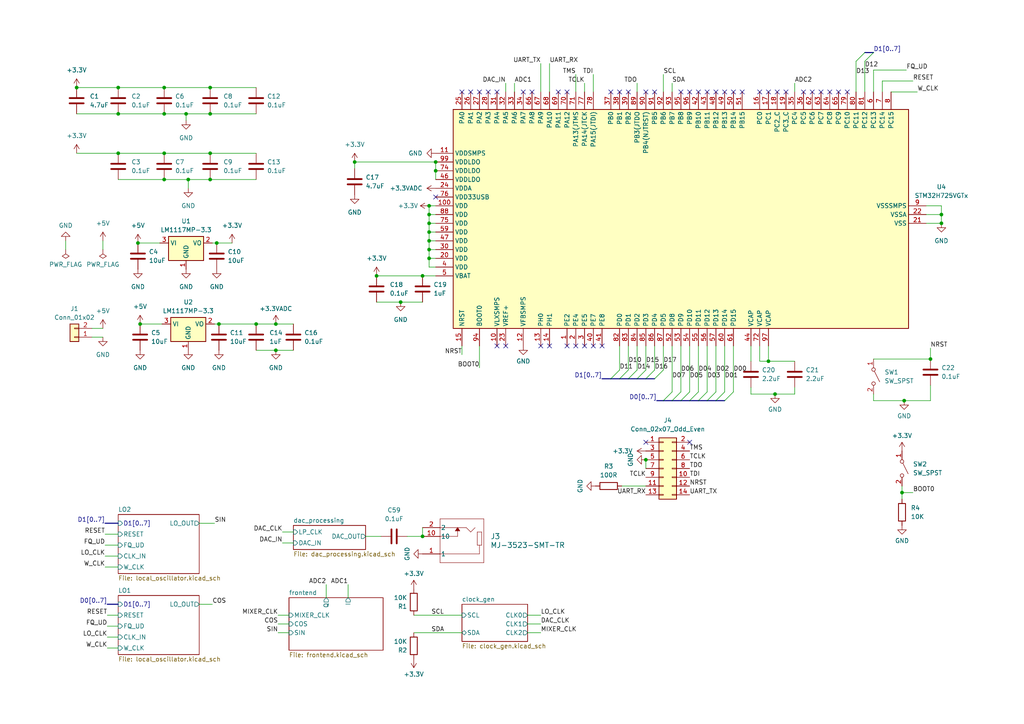
<source format=kicad_sch>
(kicad_sch (version 20230121) (generator eeschema)

  (uuid 8520eda6-8ea2-46c6-b936-856b6ab0ca14)

  (paper "A4")

  

  (junction (at 124.46 74.93) (diameter 0) (color 0 0 0 0)
    (uuid 001cb814-5c93-41d3-8de3-c74cb05c1abe)
  )
  (junction (at 269.875 104.14) (diameter 0) (color 0 0 0 0)
    (uuid 02269c7d-0ac2-4f74-90bf-c27c5cf06486)
  )
  (junction (at 261.62 142.875) (diameter 0) (color 0 0 0 0)
    (uuid 0cf4438e-91db-4980-a4ec-ab5fa16e846a)
  )
  (junction (at 102.87 46.99) (diameter 0) (color 0 0 0 0)
    (uuid 0e781cca-db54-4132-9c6b-58a286fe99fb)
  )
  (junction (at 124.46 64.77) (diameter 0) (color 0 0 0 0)
    (uuid 1abc60d4-acb4-4af5-bd6f-38e173967c6e)
  )
  (junction (at 124.46 69.85) (diameter 0) (color 0 0 0 0)
    (uuid 21851806-fb11-4180-9adf-e8afe0eafb3a)
  )
  (junction (at 47.625 44.45) (diameter 0) (color 0 0 0 0)
    (uuid 3538b336-3a6d-4b14-a22b-0172fd059099)
  )
  (junction (at 40.005 70.485) (diameter 0) (color 0 0 0 0)
    (uuid 3b1f6215-d663-486d-aa17-8bb5a267ab27)
  )
  (junction (at 34.29 33.02) (diameter 0) (color 0 0 0 0)
    (uuid 3d375a8d-5235-4abe-9f0c-2fa486086461)
  )
  (junction (at 60.96 25.4) (diameter 0) (color 0 0 0 0)
    (uuid 3da8f4dd-e12d-4946-a628-2f1baee6a4b3)
  )
  (junction (at 54.61 52.07) (diameter 0) (color 0 0 0 0)
    (uuid 44336764-e33e-4f53-97e0-a2ee8b40f23e)
  )
  (junction (at 222.885 104.775) (diameter 0) (color 0 0 0 0)
    (uuid 48091bf6-aa66-4814-8e00-fc4c00e5dfd3)
  )
  (junction (at 116.205 87.63) (diameter 0) (color 0 0 0 0)
    (uuid 4dc8e745-7366-42db-a0e4-52ee9bc86b42)
  )
  (junction (at 124.46 62.23) (diameter 0) (color 0 0 0 0)
    (uuid 588e6ae3-b50e-4ca4-b8a9-2ad2f39e77bc)
  )
  (junction (at 47.625 52.07) (diameter 0) (color 0 0 0 0)
    (uuid 5c712a11-d122-4a6a-9597-f76288cde5dc)
  )
  (junction (at 187.325 133.35) (diameter 0) (color 0 0 0 0)
    (uuid 6d3b4867-0c18-4d9f-8434-975e23063d19)
  )
  (junction (at 40.64 93.98) (diameter 0) (color 0 0 0 0)
    (uuid 72d9a9f9-f7ba-42f6-888d-f185057727c2)
  )
  (junction (at 80.01 101.6) (diameter 0) (color 0 0 0 0)
    (uuid 73298084-1901-4033-b610-9a83e802c07b)
  )
  (junction (at 124.46 59.69) (diameter 0) (color 0 0 0 0)
    (uuid 7561055b-a235-485c-b87b-483db59c957e)
  )
  (junction (at 47.625 33.02) (diameter 0) (color 0 0 0 0)
    (uuid 838387cb-c64a-4f52-abfc-73294c39deee)
  )
  (junction (at 224.79 114.3) (diameter 0) (color 0 0 0 0)
    (uuid 865f2b7f-ce2f-4db7-9711-8fe9aef01ceb)
  )
  (junction (at 62.865 70.485) (diameter 0) (color 0 0 0 0)
    (uuid 8c0c2c95-0b3a-4d21-8c4f-b6dc99656bbe)
  )
  (junction (at 22.225 25.4) (diameter 0) (color 0 0 0 0)
    (uuid 8d7884e2-9e69-4cc4-80ac-8c9a6c1fe1dc)
  )
  (junction (at 60.96 33.02) (diameter 0) (color 0 0 0 0)
    (uuid 90ab65b0-f8f7-487f-9e0c-ea09b825bcd4)
  )
  (junction (at 60.96 44.45) (diameter 0) (color 0 0 0 0)
    (uuid 93c72025-ab91-4d79-8f72-edf7856e5358)
  )
  (junction (at 60.96 52.07) (diameter 0) (color 0 0 0 0)
    (uuid a02ca9f6-9762-4055-b65f-b4439ef18e22)
  )
  (junction (at 124.46 72.39) (diameter 0) (color 0 0 0 0)
    (uuid a594be39-7435-4d88-aa0b-ded26c8ac536)
  )
  (junction (at 34.29 44.45) (diameter 0) (color 0 0 0 0)
    (uuid a5cc575d-3f7a-4f7f-a772-1618cb58e018)
  )
  (junction (at 47.625 25.4) (diameter 0) (color 0 0 0 0)
    (uuid ab9d855c-1c89-47fc-8e38-124e8f193189)
  )
  (junction (at 109.22 80.01) (diameter 0) (color 0 0 0 0)
    (uuid af3065ca-2b52-469c-9f9f-832f91433bb6)
  )
  (junction (at 262.255 116.205) (diameter 0) (color 0 0 0 0)
    (uuid b3466aa0-28cf-4fad-a34f-0efb0957e5a1)
  )
  (junction (at 53.975 33.02) (diameter 0) (color 0 0 0 0)
    (uuid ba5b02d6-7218-425d-8977-94ee7b8cffdb)
  )
  (junction (at 122.555 155.575) (diameter 0) (color 0 0 0 0)
    (uuid ba95893d-cfc7-45a6-8aa0-31c9295b5d48)
  )
  (junction (at 126.365 49.53) (diameter 0) (color 0 0 0 0)
    (uuid c70b992c-e8ce-4e41-aa34-a4edfd71a6be)
  )
  (junction (at 126.365 46.99) (diameter 0) (color 0 0 0 0)
    (uuid c9d78c12-006e-47e6-a062-32c72e5b3b25)
  )
  (junction (at 273.05 62.23) (diameter 0) (color 0 0 0 0)
    (uuid dd7e7a68-86d7-4152-a3e7-977578c2e427)
  )
  (junction (at 63.5 93.98) (diameter 0) (color 0 0 0 0)
    (uuid deb7f2f4-9b94-4f2e-a601-93c479432f4f)
  )
  (junction (at 74.295 93.98) (diameter 0) (color 0 0 0 0)
    (uuid e057da7a-2092-4e25-825e-beafa7c25f9b)
  )
  (junction (at 122.555 80.01) (diameter 0) (color 0 0 0 0)
    (uuid e842e330-fd93-45ff-b16b-5fe40d5eea93)
  )
  (junction (at 34.29 25.4) (diameter 0) (color 0 0 0 0)
    (uuid e9666db9-042c-4b1a-a92c-ef04a3bedb20)
  )
  (junction (at 80.01 93.98) (diameter 0) (color 0 0 0 0)
    (uuid e9b40354-dbe3-484e-9240-fc5559c129a4)
  )
  (junction (at 124.46 67.31) (diameter 0) (color 0 0 0 0)
    (uuid ea3f3ed6-5138-4fd5-84a6-97a2c105e947)
  )
  (junction (at 273.05 64.77) (diameter 0) (color 0 0 0 0)
    (uuid f0821b5d-7a6b-4b3e-b9b9-3ee6a91b9743)
  )

  (no_connect (at 189.865 26.67) (uuid 0727f6ce-f5d1-40b8-a1b9-8cccace60861))
  (no_connect (at 136.525 26.67) (uuid 165a6fc1-e603-48c3-a4ec-b866e2d8ed77))
  (no_connect (at 177.165 26.67) (uuid 17bcb4c2-8b43-4eb6-9a73-ae68fbb6f7d1))
  (no_connect (at 197.485 26.67) (uuid 1d356966-af4d-4028-be66-fbcdde81872f))
  (no_connect (at 225.425 26.67) (uuid 217a7215-8409-41ef-8bfe-ed7a16462c2b))
  (no_connect (at 182.245 26.67) (uuid 24177fbd-3b55-4c7e-a129-2edb4a615270))
  (no_connect (at 238.125 26.67) (uuid 2a17c08c-5a2a-423d-a483-30386384dd8c))
  (no_connect (at 179.705 26.67) (uuid 2a8fc393-6108-444b-95f8-aa3469b1b07e))
  (no_connect (at 187.325 128.27) (uuid 2c3a6b0a-9db7-4b4e-8200-c90c86604510))
  (no_connect (at 240.665 26.67) (uuid 30c2c9f2-353d-48bd-b297-1cbcd138381a))
  (no_connect (at 215.265 26.67) (uuid 374b91fd-fa1e-488d-8d42-bd8ce76597ff))
  (no_connect (at 187.325 26.67) (uuid 37c68efe-5367-4f94-aeb4-20d2868ca3db))
  (no_connect (at 212.725 26.67) (uuid 3880f4fa-1921-40b7-8425-22ff1a9b2d1a))
  (no_connect (at 200.025 128.27) (uuid 3ac13130-53ea-4459-9b85-7ce8e480d30d))
  (no_connect (at 139.065 26.67) (uuid 42cdd0bf-a15c-49c2-9414-8d5fbdf49ae6))
  (no_connect (at 174.625 100.33) (uuid 4587ac96-2e26-466d-8c8b-26147e50b3f7))
  (no_connect (at 202.565 26.67) (uuid 49301fa7-ceeb-4b75-b2a4-20f23a9fa8b0))
  (no_connect (at 233.045 26.67) (uuid 4940066c-7c0b-4774-95c2-a3f50416ca42))
  (no_connect (at 164.465 100.33) (uuid 4d30f582-80ed-45e7-b97f-42d524077300))
  (no_connect (at 144.145 100.33) (uuid 57cb9048-9da0-4d27-9671-2cefb323958e))
  (no_connect (at 245.745 26.67) (uuid 69aac2d3-58c1-417a-9624-d8d2739b2a2b))
  (no_connect (at 200.025 26.67) (uuid 6bc25d4e-77a2-431f-aa6b-efedbc68bea3))
  (no_connect (at 146.685 100.33) (uuid 7f3f8f32-06cc-4ec1-a0d8-d4807b2e4b9f))
  (no_connect (at 159.385 100.33) (uuid 83b7c3c5-6cc3-4e2e-ad20-6b3cb0c0617a))
  (no_connect (at 144.145 26.67) (uuid 85c471b9-388d-46f3-9b9b-40557dea8f08))
  (no_connect (at 156.845 100.33) (uuid a04f2137-ab19-4b49-a1ee-fce41ab20cc1))
  (no_connect (at 133.985 26.67) (uuid a0b86e10-a303-49ed-8dc2-2b24b61039a7))
  (no_connect (at 154.305 26.67) (uuid a5dee010-33e1-4272-9fe2-35fcab34bc7f))
  (no_connect (at 167.005 100.33) (uuid a8e4c826-f2ab-441f-a285-068daead4a44))
  (no_connect (at 141.605 26.67) (uuid af372112-9622-4b5e-900a-19e2518eb458))
  (no_connect (at 220.345 26.67) (uuid bf0be700-baad-4279-96f7-8e4610f637af))
  (no_connect (at 169.545 100.33) (uuid bf6e4b5e-74a2-44eb-b6a4-6e57007f095d))
  (no_connect (at 243.205 26.67) (uuid ccc0fd35-1d9c-46aa-acfd-761bcecfa7f7))
  (no_connect (at 164.465 26.67) (uuid cd390bdd-c96b-4255-84e2-416eb891c1b7))
  (no_connect (at 207.645 26.67) (uuid d0e6da6f-6623-47d1-80a6-f99e4196b605))
  (no_connect (at 210.185 26.67) (uuid dbde3bb8-b67b-47e8-8994-94fa0444902d))
  (no_connect (at 227.965 26.67) (uuid e4e6b0a0-cf3d-45f5-9eb4-a138c45232bd))
  (no_connect (at 161.925 26.67) (uuid effdb286-6e6f-42f5-8296-1100f493f9d4))
  (no_connect (at 172.085 100.33) (uuid f2b485bf-6131-4f06-ba4c-db8f9f94d60d))
  (no_connect (at 222.885 26.67) (uuid f7855c29-209f-4d33-9531-236da7930a73))
  (no_connect (at 235.585 26.67) (uuid fa7da8f9-1d71-4aa5-a90b-b51ee4a94ccf))
  (no_connect (at 205.105 26.67) (uuid fb4145b5-5a33-4cd0-abc4-5a11c14c7523))
  (no_connect (at 126.365 57.15) (uuid fc3a6694-0742-4d97-987b-a9253fc6b6c8))
  (no_connect (at 151.765 26.67) (uuid fef954e6-47e3-4277-a0db-7b3a009faa20))

  (bus_entry (at 250.825 15.24) (size -2.54 2.54)
    (stroke (width 0) (type default))
    (uuid 021e4b3b-8d09-4316-8f41-73d86c78ffc1)
  )
  (bus_entry (at 200.025 116.205) (size 2.54 -2.54)
    (stroke (width 0) (type default))
    (uuid 0b6af008-a565-45a8-abf8-385c2cfa861d)
  )
  (bus_entry (at 189.865 109.855) (size 2.54 -2.54)
    (stroke (width 0) (type default))
    (uuid 14a89589-daa2-432c-a9e1-b0e6c2187069)
  )
  (bus_entry (at 197.485 116.205) (size 2.54 -2.54)
    (stroke (width 0) (type default))
    (uuid 1b852516-7be1-4396-a110-1923668f79ab)
  )
  (bus_entry (at 184.785 109.855) (size 2.54 -2.54)
    (stroke (width 0) (type default))
    (uuid 4eeae5aa-96ab-47a0-a751-d93a5d489009)
  )
  (bus_entry (at 253.365 15.24) (size -2.54 2.54)
    (stroke (width 0) (type default))
    (uuid 6c5cc3a8-f7b9-490c-ac1d-6fd800ab27e9)
  )
  (bus_entry (at 207.645 116.205) (size 2.54 -2.54)
    (stroke (width 0) (type default))
    (uuid 7cf97915-f2df-4e6c-9ed9-7b39e53e40c0)
  )
  (bus_entry (at 205.105 116.205) (size 2.54 -2.54)
    (stroke (width 0) (type default))
    (uuid 918b8e29-5d6b-46a2-af1c-dc235031dfb0)
  )
  (bus_entry (at 210.185 116.205) (size 2.54 -2.54)
    (stroke (width 0) (type default))
    (uuid a54c3241-8e7c-42b3-af18-5a3d5fc040d5)
  )
  (bus_entry (at 182.245 109.855) (size 2.54 -2.54)
    (stroke (width 0) (type default))
    (uuid ad5f066e-0ab2-4d90-a681-ad9ff92f3d8c)
  )
  (bus_entry (at 177.165 109.855) (size 2.54 -2.54)
    (stroke (width 0) (type default))
    (uuid b2cf3a6d-c1ba-4a6d-9c55-f47615007b9c)
  )
  (bus_entry (at 194.945 116.205) (size 2.54 -2.54)
    (stroke (width 0) (type default))
    (uuid babda99b-c307-4b99-bdfa-af35b37d4e58)
  )
  (bus_entry (at 192.405 116.205) (size 2.54 -2.54)
    (stroke (width 0) (type default))
    (uuid c6d056c5-8de8-4a4f-9872-5982d4c327f3)
  )
  (bus_entry (at 187.325 109.855) (size 2.54 -2.54)
    (stroke (width 0) (type default))
    (uuid e4e385fa-ea4d-4f0a-8526-e37e3348a633)
  )
  (bus_entry (at 202.565 116.205) (size 2.54 -2.54)
    (stroke (width 0) (type default))
    (uuid e743815d-6911-4e1b-a896-d6c4393399bd)
  )
  (bus_entry (at 179.705 109.855) (size 2.54 -2.54)
    (stroke (width 0) (type default))
    (uuid f422b12b-31f0-4dfc-8345-0d18f11ee3f6)
  )

  (wire (pts (xy 57.785 175.26) (xy 61.595 175.26))
    (stroke (width 0) (type default))
    (uuid 008bf9b0-751e-473f-bba2-f6166decf7e5)
  )
  (wire (pts (xy 22.225 44.45) (xy 34.29 44.45))
    (stroke (width 0) (type default))
    (uuid 01718aa2-a76a-42a6-be93-56d8780e391c)
  )
  (wire (pts (xy 74.295 101.6) (xy 80.01 101.6))
    (stroke (width 0) (type default))
    (uuid 01f470d8-13c2-4449-9d9f-b93c36338987)
  )
  (wire (pts (xy 80.01 101.6) (xy 85.09 101.6))
    (stroke (width 0) (type default))
    (uuid 0313fb54-f50c-44d4-8632-ed6dcd8a0f94)
  )
  (wire (pts (xy 81.915 157.48) (xy 85.09 157.48))
    (stroke (width 0) (type default))
    (uuid 0441fb4f-7791-43e9-8b78-8611e073ed95)
  )
  (wire (pts (xy 133.985 100.33) (xy 133.985 102.87))
    (stroke (width 0) (type default))
    (uuid 088d9ef7-53e6-4fbd-b966-39aba8c4b374)
  )
  (wire (pts (xy 189.865 100.33) (xy 189.865 107.315))
    (stroke (width 0) (type default))
    (uuid 0b41133a-d9ae-4dbf-a450-5cd2bb2c95b9)
  )
  (wire (pts (xy 34.29 44.45) (xy 47.625 44.45))
    (stroke (width 0) (type default))
    (uuid 0dfbc6fe-874c-449b-b27d-2320e3622cad)
  )
  (wire (pts (xy 180.34 140.97) (xy 187.325 140.97))
    (stroke (width 0) (type default))
    (uuid 0f4013d0-9602-412f-ac3c-fae0b0eeab0d)
  )
  (wire (pts (xy 253.365 116.205) (xy 262.255 116.205))
    (stroke (width 0) (type default))
    (uuid 116c262a-ae2c-4042-9d69-b230f380e5e0)
  )
  (wire (pts (xy 212.725 100.33) (xy 212.725 113.665))
    (stroke (width 0) (type default))
    (uuid 117a8dcd-abba-4998-b3ad-7bd31b911f87)
  )
  (wire (pts (xy 255.905 23.495) (xy 264.795 23.495))
    (stroke (width 0) (type default))
    (uuid 122585e4-63f8-4df2-a88c-72d058bc4d04)
  )
  (wire (pts (xy 197.485 100.33) (xy 197.485 113.665))
    (stroke (width 0) (type default))
    (uuid 13778348-2c97-4aef-b0f4-7086b63cc0d9)
  )
  (wire (pts (xy 54.61 52.07) (xy 54.61 54.61))
    (stroke (width 0) (type default))
    (uuid 1548a193-8a4c-4278-b824-1e310e7264f6)
  )
  (wire (pts (xy 63.5 93.98) (xy 74.295 93.98))
    (stroke (width 0) (type default))
    (uuid 17234ab9-4e68-40d8-bfd6-96cf3f597eb8)
  )
  (wire (pts (xy 29.845 69.85) (xy 29.845 72.39))
    (stroke (width 0) (type default))
    (uuid 1ad3fd36-c4a8-4231-8ed3-4ff0182684a4)
  )
  (wire (pts (xy 210.185 100.33) (xy 210.185 113.665))
    (stroke (width 0) (type default))
    (uuid 1c37692f-f9c5-44bc-875b-a48486fe6f15)
  )
  (wire (pts (xy 116.205 87.63) (xy 122.555 87.63))
    (stroke (width 0) (type default))
    (uuid 1cd6958f-f7b1-46ad-9e2d-b6f9d0af553f)
  )
  (bus (pts (xy 184.785 109.855) (xy 182.245 109.855))
    (stroke (width 0) (type default))
    (uuid 21aa005e-9745-4fbe-96e6-94a538e7ead1)
  )

  (wire (pts (xy 159.385 18.415) (xy 159.385 26.67))
    (stroke (width 0) (type default))
    (uuid 22713bfd-a29c-4645-b2e8-2acecf96b1bd)
  )
  (wire (pts (xy 47.625 52.07) (xy 54.61 52.07))
    (stroke (width 0) (type default))
    (uuid 265c4cf9-1bd1-432d-b9f7-99f27519d326)
  )
  (wire (pts (xy 153.035 180.975) (xy 156.845 180.975))
    (stroke (width 0) (type default))
    (uuid 27152d4d-d5c4-46cc-a738-832dbe9b57b4)
  )
  (wire (pts (xy 40.64 93.98) (xy 46.99 93.98))
    (stroke (width 0) (type default))
    (uuid 291e40b1-bdc5-4cd2-b58e-e8189287c16c)
  )
  (wire (pts (xy 230.505 112.395) (xy 230.505 114.3))
    (stroke (width 0) (type default))
    (uuid 296bf757-3c0b-494e-92a3-e930d3ffbe50)
  )
  (wire (pts (xy 30.48 164.465) (xy 34.29 164.465))
    (stroke (width 0) (type default))
    (uuid 2b384ae0-314d-48e1-9144-1ecc4bcf11e1)
  )
  (wire (pts (xy 30.48 161.29) (xy 34.29 161.29))
    (stroke (width 0) (type default))
    (uuid 2da4d9c7-476d-4167-a419-e3f21966eea5)
  )
  (wire (pts (xy 34.29 33.02) (xy 47.625 33.02))
    (stroke (width 0) (type default))
    (uuid 2e5fef62-59a9-4e92-899d-402f64ea7c32)
  )
  (wire (pts (xy 62.865 70.485) (xy 67.31 70.485))
    (stroke (width 0) (type default))
    (uuid 30df5eba-74dc-4d9f-aff3-733dbcd8ea1e)
  )
  (wire (pts (xy 124.46 67.31) (xy 126.365 67.31))
    (stroke (width 0) (type default))
    (uuid 3140ea10-0181-47b3-b3aa-3b9b63f2971e)
  )
  (wire (pts (xy 122.555 155.575) (xy 122.555 153.035))
    (stroke (width 0) (type default))
    (uuid 315648d5-4b7f-45df-81be-e99cb49aeaab)
  )
  (wire (pts (xy 269.875 100.965) (xy 269.875 104.14))
    (stroke (width 0) (type default))
    (uuid 3275bf57-6d8a-4502-9d84-dbe40f682550)
  )
  (bus (pts (xy 190.5 116.205) (xy 192.405 116.205))
    (stroke (width 0) (type default))
    (uuid 33509e80-99e5-4935-a522-492f181e4793)
  )

  (wire (pts (xy 167.005 21.59) (xy 167.005 26.67))
    (stroke (width 0) (type default))
    (uuid 36cdb1e2-835f-4551-b6af-933fc5ef6ad8)
  )
  (bus (pts (xy 202.565 116.205) (xy 205.105 116.205))
    (stroke (width 0) (type default))
    (uuid 3a7f7a07-b8fb-4789-b9a5-327320915e81)
  )

  (wire (pts (xy 153.035 178.435) (xy 156.845 178.435))
    (stroke (width 0) (type default))
    (uuid 3b3a61a5-5925-450a-8702-08c4aa18616c)
  )
  (wire (pts (xy 124.46 62.23) (xy 124.46 64.77))
    (stroke (width 0) (type default))
    (uuid 3d2ed7a4-9a04-4b56-bcb7-9740906bc54f)
  )
  (wire (pts (xy 124.46 59.69) (xy 124.46 62.23))
    (stroke (width 0) (type default))
    (uuid 4296e21d-41d2-46f1-8d5d-19df72276cc7)
  )
  (wire (pts (xy 222.885 104.775) (xy 230.505 104.775))
    (stroke (width 0) (type default))
    (uuid 452b51a6-e89b-4d40-88c4-8d69c29f8a94)
  )
  (wire (pts (xy 184.785 100.33) (xy 184.785 107.315))
    (stroke (width 0) (type default))
    (uuid 45733607-1753-498e-96d5-06fd99d2e0ee)
  )
  (wire (pts (xy 139.065 100.33) (xy 139.065 106.68))
    (stroke (width 0) (type default))
    (uuid 46103cef-9d7f-47ac-94e7-062e1e18e882)
  )
  (wire (pts (xy 47.625 44.45) (xy 60.96 44.45))
    (stroke (width 0) (type default))
    (uuid 4747e616-0a45-4d3f-8445-c43da4009ce1)
  )
  (wire (pts (xy 34.29 25.4) (xy 47.625 25.4))
    (stroke (width 0) (type default))
    (uuid 476be6b7-d6a3-4325-8eb7-c28ce4ca013b)
  )
  (wire (pts (xy 230.505 24.13) (xy 230.505 26.67))
    (stroke (width 0) (type default))
    (uuid 47debbbf-e7d4-451e-8558-3cb5354d6fbd)
  )
  (bus (pts (xy 250.825 15.24) (xy 253.365 15.24))
    (stroke (width 0) (type default))
    (uuid 4b24aa6f-1cf6-43fc-82aa-d93025ad6755)
  )

  (wire (pts (xy 81.915 154.305) (xy 85.09 154.305))
    (stroke (width 0) (type default))
    (uuid 4b906003-917c-47f0-9987-6ce18ac8b342)
  )
  (wire (pts (xy 22.225 25.4) (xy 34.29 25.4))
    (stroke (width 0) (type default))
    (uuid 4ba104ee-265a-40c0-bc34-f18274f74446)
  )
  (wire (pts (xy 217.805 114.3) (xy 224.79 114.3))
    (stroke (width 0) (type default))
    (uuid 4c034e18-c87d-4c35-892f-b890bfd57475)
  )
  (wire (pts (xy 124.46 74.93) (xy 126.365 74.93))
    (stroke (width 0) (type default))
    (uuid 4cc92071-cebf-4dcf-bede-fa5d86af8ec6)
  )
  (wire (pts (xy 261.62 140.97) (xy 261.62 142.875))
    (stroke (width 0) (type default))
    (uuid 4d2880b5-1f1f-4e21-91ee-b20df998b134)
  )
  (wire (pts (xy 182.245 100.33) (xy 182.245 107.315))
    (stroke (width 0) (type default))
    (uuid 4e9b59f8-48f9-4b6a-9afc-017005959450)
  )
  (wire (pts (xy 250.825 17.78) (xy 250.825 26.67))
    (stroke (width 0) (type default))
    (uuid 4fefafe4-00b6-4975-a245-47c1be851602)
  )
  (wire (pts (xy 248.285 17.78) (xy 248.285 26.67))
    (stroke (width 0) (type default))
    (uuid 50d6d376-f7ef-40cc-ada3-2133c2482f71)
  )
  (wire (pts (xy 60.96 44.45) (xy 74.295 44.45))
    (stroke (width 0) (type default))
    (uuid 50e36507-f631-4459-83e6-076bdd593fad)
  )
  (wire (pts (xy 62.23 93.98) (xy 63.5 93.98))
    (stroke (width 0) (type default))
    (uuid 512ca54d-c6e1-45c3-a855-6e9411e7ff26)
  )
  (wire (pts (xy 255.905 23.495) (xy 255.905 26.67))
    (stroke (width 0) (type default))
    (uuid 54aa8e66-7310-4aef-8a9b-afcdaf1ca7ca)
  )
  (wire (pts (xy 153.035 183.515) (xy 156.845 183.515))
    (stroke (width 0) (type default))
    (uuid 559abbb9-78cf-42d8-aa97-0b252a639718)
  )
  (wire (pts (xy 124.46 64.77) (xy 124.46 67.31))
    (stroke (width 0) (type default))
    (uuid 58ba9dd6-c923-4fc3-9262-c80051760892)
  )
  (wire (pts (xy 273.05 62.23) (xy 273.05 64.77))
    (stroke (width 0) (type default))
    (uuid 59f15ed5-eaff-4ba3-8b4c-582ba0dab034)
  )
  (wire (pts (xy 109.22 87.63) (xy 116.205 87.63))
    (stroke (width 0) (type default))
    (uuid 5ac88b3d-52ab-43e1-bfde-b1fd645afb6c)
  )
  (wire (pts (xy 53.975 33.02) (xy 53.975 34.925))
    (stroke (width 0) (type default))
    (uuid 5edb50c5-f169-4291-9f99-ab61cfe9d44f)
  )
  (wire (pts (xy 253.365 20.32) (xy 262.89 20.32))
    (stroke (width 0) (type default))
    (uuid 5f765a2a-a769-4c6f-be6f-0b932c505997)
  )
  (bus (pts (xy 189.865 109.855) (xy 187.325 109.855))
    (stroke (width 0) (type default))
    (uuid 603a6c24-cf75-44d3-a9c1-012d7a42f477)
  )

  (wire (pts (xy 124.46 67.31) (xy 124.46 69.85))
    (stroke (width 0) (type default))
    (uuid 6248f6f2-3a2f-428b-8786-570f66144971)
  )
  (wire (pts (xy 124.46 62.23) (xy 126.365 62.23))
    (stroke (width 0) (type default))
    (uuid 63f6725e-f2bc-4c77-b5b9-ee1a946fb971)
  )
  (wire (pts (xy 124.46 72.39) (xy 124.46 74.93))
    (stroke (width 0) (type default))
    (uuid 6cca0439-2e13-47ee-a82b-2889ab25d75d)
  )
  (wire (pts (xy 122.555 80.01) (xy 126.365 80.01))
    (stroke (width 0) (type default))
    (uuid 6e8bac89-b1c1-4267-8604-6e72308dc755)
  )
  (bus (pts (xy 200.025 116.205) (xy 202.565 116.205))
    (stroke (width 0) (type default))
    (uuid 6f52eca9-96ae-4403-a39c-0b357dbcd1f2)
  )
  (bus (pts (xy 174.625 109.855) (xy 177.165 109.855))
    (stroke (width 0) (type default))
    (uuid 713b64e8-8ca1-4eaf-9ec5-0820cc848b34)
  )

  (wire (pts (xy 194.945 24.13) (xy 194.945 26.67))
    (stroke (width 0) (type default))
    (uuid 7189ad5f-3fb7-44e0-9221-fd66c3c65b10)
  )
  (wire (pts (xy 169.545 24.13) (xy 169.545 26.67))
    (stroke (width 0) (type default))
    (uuid 73e7ee22-908a-4f9d-82cf-2604f87b108a)
  )
  (wire (pts (xy 118.11 155.575) (xy 122.555 155.575))
    (stroke (width 0) (type default))
    (uuid 76192f0c-c28c-49a1-a351-5ae0a2b91147)
  )
  (bus (pts (xy 194.945 116.205) (xy 197.485 116.205))
    (stroke (width 0) (type default))
    (uuid 76caf375-714c-4127-bded-e77229ac322c)
  )

  (wire (pts (xy 47.625 25.4) (xy 60.96 25.4))
    (stroke (width 0) (type default))
    (uuid 76d1bd6a-e4a2-4d58-bef6-5c2b70530c87)
  )
  (wire (pts (xy 124.46 74.93) (xy 124.46 77.47))
    (stroke (width 0) (type default))
    (uuid 76dbe8ad-347d-479d-9cd9-202b26f33e7f)
  )
  (wire (pts (xy 149.225 24.13) (xy 149.225 26.67))
    (stroke (width 0) (type default))
    (uuid 77085569-c675-4a8f-85b6-d0420304d191)
  )
  (wire (pts (xy 57.785 151.765) (xy 62.23 151.765))
    (stroke (width 0) (type default))
    (uuid 776c3ea8-e115-4b10-a8f7-ac042fd21e53)
  )
  (wire (pts (xy 205.105 100.33) (xy 205.105 113.665))
    (stroke (width 0) (type default))
    (uuid 788f7f29-72e5-4d2d-978c-e670a0ae3471)
  )
  (wire (pts (xy 253.365 104.14) (xy 269.875 104.14))
    (stroke (width 0) (type default))
    (uuid 78f0d6a0-f367-4ceb-b2e3-bedb9c7a50dc)
  )
  (wire (pts (xy 120.015 183.515) (xy 133.985 183.515))
    (stroke (width 0) (type default))
    (uuid 7a81338b-25f3-4735-a36b-8915d2a73e6a)
  )
  (wire (pts (xy 124.46 69.85) (xy 126.365 69.85))
    (stroke (width 0) (type default))
    (uuid 7bea1f84-d66d-414e-b0a1-d44c9218f280)
  )
  (wire (pts (xy 31.115 181.61) (xy 34.29 181.61))
    (stroke (width 0) (type default))
    (uuid 7c211524-01cf-49a7-9ce9-ab2e0aebea09)
  )
  (wire (pts (xy 80.645 180.975) (xy 83.82 180.975))
    (stroke (width 0) (type default))
    (uuid 7cb7676b-02b1-4a2c-a0a0-67c97d816003)
  )
  (bus (pts (xy 207.645 116.205) (xy 210.185 116.205))
    (stroke (width 0) (type default))
    (uuid 7f714cce-b08e-4f65-9fad-cd75cdc47919)
  )
  (bus (pts (xy 205.105 116.205) (xy 207.645 116.205))
    (stroke (width 0) (type default))
    (uuid 7fd82cfc-9271-4cc6-ab3f-8b6b724539e7)
  )

  (wire (pts (xy 124.46 69.85) (xy 124.46 72.39))
    (stroke (width 0) (type default))
    (uuid 803edbec-1f82-454f-87ea-d6cc9afffece)
  )
  (wire (pts (xy 61.595 70.485) (xy 62.865 70.485))
    (stroke (width 0) (type default))
    (uuid 808f4269-3e83-475c-9724-984d1eb95eef)
  )
  (wire (pts (xy 156.845 18.415) (xy 156.845 26.67))
    (stroke (width 0) (type default))
    (uuid 82a7a680-e38b-4df4-876c-bb8fe822801f)
  )
  (wire (pts (xy 40.005 70.485) (xy 46.355 70.485))
    (stroke (width 0) (type default))
    (uuid 87cfaa54-6cf6-433a-adb7-2c814c3928da)
  )
  (wire (pts (xy 268.605 64.77) (xy 273.05 64.77))
    (stroke (width 0) (type default))
    (uuid 899c45b2-fd7d-4b52-bc56-bb904869077d)
  )
  (bus (pts (xy 197.485 116.205) (xy 200.025 116.205))
    (stroke (width 0) (type default))
    (uuid 8c9e5402-89fe-4f72-ac0d-d7956934dcab)
  )

  (wire (pts (xy 187.325 133.35) (xy 187.325 135.89))
    (stroke (width 0) (type default))
    (uuid 8cd5ca62-f879-4e72-914a-61a01ad3fcad)
  )
  (wire (pts (xy 102.87 46.99) (xy 102.87 48.895))
    (stroke (width 0) (type default))
    (uuid 90b9bc12-e2a0-4982-8306-3012c591d8e4)
  )
  (wire (pts (xy 258.445 26.67) (xy 266.065 26.67))
    (stroke (width 0) (type default))
    (uuid 91513e1f-b4cb-48b4-948e-932e3b2b5f26)
  )
  (wire (pts (xy 269.875 111.76) (xy 269.875 116.205))
    (stroke (width 0) (type default))
    (uuid 94b88a9c-e058-47bd-9e75-db6190b32886)
  )
  (wire (pts (xy 19.05 69.85) (xy 19.05 72.39))
    (stroke (width 0) (type default))
    (uuid 96a9ff6b-36c1-4f06-8799-691147e0f795)
  )
  (wire (pts (xy 192.405 100.33) (xy 192.405 107.315))
    (stroke (width 0) (type default))
    (uuid 97655c28-e984-42a3-b86a-d14a7192b40c)
  )
  (wire (pts (xy 80.01 93.98) (xy 85.09 93.98))
    (stroke (width 0) (type default))
    (uuid 97bff4eb-03f7-4c93-9d4a-21b334447366)
  )
  (bus (pts (xy 182.245 109.855) (xy 179.705 109.855))
    (stroke (width 0) (type default))
    (uuid 9a6672c0-ca6f-4c64-b7e1-57e111f82d90)
  )

  (wire (pts (xy 60.96 52.07) (xy 74.295 52.07))
    (stroke (width 0) (type default))
    (uuid 9ae313f5-6623-4db7-9650-e64c2b83de44)
  )
  (wire (pts (xy 109.22 80.01) (xy 122.555 80.01))
    (stroke (width 0) (type default))
    (uuid 9e149619-9335-4459-ab78-457df7e7f2ae)
  )
  (wire (pts (xy 54.61 52.07) (xy 60.96 52.07))
    (stroke (width 0) (type default))
    (uuid 9eb47d19-2de0-4352-abc7-419d152a07fa)
  )
  (wire (pts (xy 194.945 100.33) (xy 194.945 113.665))
    (stroke (width 0) (type default))
    (uuid a5253059-72c4-4f22-a3de-f06c99268df7)
  )
  (wire (pts (xy 124.46 72.39) (xy 126.365 72.39))
    (stroke (width 0) (type default))
    (uuid a9355ad8-b477-4013-abc7-78c9ccf7f988)
  )
  (bus (pts (xy 187.325 109.855) (xy 184.785 109.855))
    (stroke (width 0) (type default))
    (uuid aa3f7690-761f-483b-a2e5-b5f6e0dea915)
  )

  (wire (pts (xy 26.67 95.25) (xy 29.845 95.25))
    (stroke (width 0) (type default))
    (uuid aa7ffc22-f39e-4d42-914e-9875e44ee917)
  )
  (bus (pts (xy 192.405 116.205) (xy 194.945 116.205))
    (stroke (width 0) (type default))
    (uuid ab330a08-915b-457d-bdcc-2808ce047bba)
  )

  (wire (pts (xy 126.365 49.53) (xy 126.365 52.07))
    (stroke (width 0) (type default))
    (uuid b02bf3e6-27c8-40ed-8b76-cf72348697d5)
  )
  (wire (pts (xy 124.46 64.77) (xy 126.365 64.77))
    (stroke (width 0) (type default))
    (uuid b0acb556-3004-4204-abfb-d6c39a4e2e59)
  )
  (wire (pts (xy 146.685 24.13) (xy 146.685 26.67))
    (stroke (width 0) (type default))
    (uuid b58aac5b-4355-4092-b5b6-265e0276c142)
  )
  (wire (pts (xy 184.785 24.13) (xy 184.785 26.67))
    (stroke (width 0) (type default))
    (uuid b8be2546-402a-47a0-9493-9972045e4288)
  )
  (wire (pts (xy 253.365 114.3) (xy 253.365 116.205))
    (stroke (width 0) (type default))
    (uuid b934ee1b-4012-4abf-a7ad-82f04b308b81)
  )
  (wire (pts (xy 222.885 100.33) (xy 222.885 104.775))
    (stroke (width 0) (type default))
    (uuid bc4d703c-b718-4ca3-8c4a-3b6c419ce138)
  )
  (wire (pts (xy 268.605 62.23) (xy 273.05 62.23))
    (stroke (width 0) (type default))
    (uuid bd170868-283d-46b5-a048-3c07f42e7310)
  )
  (wire (pts (xy 220.345 104.775) (xy 220.345 100.33))
    (stroke (width 0) (type default))
    (uuid bd633e5a-f526-4bf8-9497-9aad40734dd9)
  )
  (wire (pts (xy 172.085 21.59) (xy 172.085 26.67))
    (stroke (width 0) (type default))
    (uuid bf9f3090-10b4-49da-99f6-4ed30f599238)
  )
  (wire (pts (xy 192.405 21.59) (xy 192.405 26.67))
    (stroke (width 0) (type default))
    (uuid c10bad34-a95a-41ac-8c0f-42dd9417f142)
  )
  (wire (pts (xy 60.96 25.4) (xy 74.295 25.4))
    (stroke (width 0) (type default))
    (uuid c1f5e75d-d454-4e35-b30d-1c70d728995b)
  )
  (wire (pts (xy 94.615 169.545) (xy 94.615 173.355))
    (stroke (width 0) (type default))
    (uuid c3c504d3-41d7-4867-baf9-54fd1241fc0f)
  )
  (wire (pts (xy 224.79 114.3) (xy 230.505 114.3))
    (stroke (width 0) (type default))
    (uuid c56328b4-8f0c-4fd1-9963-f3fd8f705d79)
  )
  (wire (pts (xy 34.29 52.07) (xy 47.625 52.07))
    (stroke (width 0) (type default))
    (uuid c9713222-616b-450b-9868-91a6f3ac66ff)
  )
  (wire (pts (xy 120.015 178.435) (xy 133.985 178.435))
    (stroke (width 0) (type default))
    (uuid c9d6a1e5-4dac-48bf-9922-70641a1db3c9)
  )
  (wire (pts (xy 217.805 112.395) (xy 217.805 114.3))
    (stroke (width 0) (type default))
    (uuid ccf34abd-2557-42ad-ae72-48b811a13349)
  )
  (wire (pts (xy 60.96 33.02) (xy 74.295 33.02))
    (stroke (width 0) (type default))
    (uuid cee7212b-f5f1-41eb-9e84-35ced318d06c)
  )
  (wire (pts (xy 261.62 142.875) (xy 261.62 144.78))
    (stroke (width 0) (type default))
    (uuid cf6ec405-8042-4cb3-997c-8a84c41e53c2)
  )
  (wire (pts (xy 47.625 33.02) (xy 53.975 33.02))
    (stroke (width 0) (type default))
    (uuid d1ad3ccb-4a86-405b-8ebd-aa9e82190451)
  )
  (wire (pts (xy 100.965 169.545) (xy 100.965 173.355))
    (stroke (width 0) (type default))
    (uuid d255c25b-8525-4b57-b89c-8292baf0c76d)
  )
  (wire (pts (xy 31.115 184.785) (xy 34.29 184.785))
    (stroke (width 0) (type default))
    (uuid d2cfcd2b-5a44-4984-a91d-824c97712957)
  )
  (bus (pts (xy 30.48 151.765) (xy 34.29 151.765))
    (stroke (width 0) (type default))
    (uuid d32d7d5d-acd6-411d-b254-19558b23bd4f)
  )
  (bus (pts (xy 177.165 109.855) (xy 179.705 109.855))
    (stroke (width 0) (type default))
    (uuid d3b978ec-284f-4c43-a9bb-372fd95cdb87)
  )
  (bus (pts (xy 31.115 175.26) (xy 34.29 175.26))
    (stroke (width 0) (type default))
    (uuid d3e9f452-2fea-44a6-9642-9a8f7572f958)
  )

  (wire (pts (xy 124.46 59.69) (xy 126.365 59.69))
    (stroke (width 0) (type default))
    (uuid d5caba2d-7a56-4260-b65f-f2fa911c8962)
  )
  (wire (pts (xy 261.62 142.875) (xy 264.795 142.875))
    (stroke (width 0) (type default))
    (uuid d71def75-9370-46c5-8c76-135b1d8af23a)
  )
  (wire (pts (xy 74.295 93.98) (xy 80.01 93.98))
    (stroke (width 0) (type default))
    (uuid d860942e-3612-465b-8c72-6799c14eb960)
  )
  (wire (pts (xy 26.67 97.79) (xy 29.845 97.79))
    (stroke (width 0) (type default))
    (uuid d9c36f22-ba71-4415-bf99-a4162e8696bb)
  )
  (wire (pts (xy 202.565 100.33) (xy 202.565 113.665))
    (stroke (width 0) (type default))
    (uuid db59045f-f77d-4f14-8d1f-c2a164aff384)
  )
  (wire (pts (xy 220.345 104.775) (xy 222.885 104.775))
    (stroke (width 0) (type default))
    (uuid de20f3dd-96f6-4414-86f1-a0816ae4b02c)
  )
  (wire (pts (xy 102.87 46.99) (xy 126.365 46.99))
    (stroke (width 0) (type default))
    (uuid deb49a09-4bb7-4c17-9576-b2b3198d3c61)
  )
  (wire (pts (xy 217.805 100.33) (xy 217.805 104.775))
    (stroke (width 0) (type default))
    (uuid e2d82e04-f908-4f95-8f68-f6e1a8ff797a)
  )
  (wire (pts (xy 187.325 100.33) (xy 187.325 107.315))
    (stroke (width 0) (type default))
    (uuid e3f98616-0122-4b36-a7f9-68d988d708ec)
  )
  (wire (pts (xy 80.645 183.515) (xy 83.82 183.515))
    (stroke (width 0) (type default))
    (uuid e4c81c55-d9e1-446c-90ba-9282981ef555)
  )
  (wire (pts (xy 31.115 178.435) (xy 34.29 178.435))
    (stroke (width 0) (type default))
    (uuid e72dbbc0-f44a-40d8-b5b2-89ac919f6997)
  )
  (wire (pts (xy 30.48 154.94) (xy 34.29 154.94))
    (stroke (width 0) (type default))
    (uuid e84f783d-c9b9-4198-9b34-edeee526e747)
  )
  (wire (pts (xy 22.225 33.02) (xy 34.29 33.02))
    (stroke (width 0) (type default))
    (uuid e89c46d1-b1c3-4768-8388-e1a87a62e9b8)
  )
  (wire (pts (xy 268.605 59.69) (xy 273.05 59.69))
    (stroke (width 0) (type default))
    (uuid e9a461a1-bb4d-4fee-bdbb-575a29606fc1)
  )
  (wire (pts (xy 269.875 116.205) (xy 262.255 116.205))
    (stroke (width 0) (type default))
    (uuid ea8b0936-0c4c-46d0-9397-fd941e1fc9c4)
  )
  (wire (pts (xy 179.705 100.33) (xy 179.705 107.315))
    (stroke (width 0) (type default))
    (uuid eb4b44b2-2d20-4cfa-8e3e-1d799893cfc3)
  )
  (wire (pts (xy 53.975 33.02) (xy 60.96 33.02))
    (stroke (width 0) (type default))
    (uuid ed8e564f-d6af-4ed2-b7ce-ee8bd3c3a728)
  )
  (wire (pts (xy 207.645 100.33) (xy 207.645 113.665))
    (stroke (width 0) (type default))
    (uuid f25106ca-da67-4298-b25a-035526708b7e)
  )
  (wire (pts (xy 31.115 187.96) (xy 34.29 187.96))
    (stroke (width 0) (type default))
    (uuid f3d87db2-ca24-4100-b418-71d70151b36f)
  )
  (wire (pts (xy 124.46 77.47) (xy 126.365 77.47))
    (stroke (width 0) (type default))
    (uuid f6a5fefd-096d-4d3f-b712-d1a063284580)
  )
  (wire (pts (xy 106.045 155.575) (xy 110.49 155.575))
    (stroke (width 0) (type default))
    (uuid f817d922-6cff-41a1-a98c-eeb5fa9214d7)
  )
  (wire (pts (xy 253.365 26.67) (xy 253.365 20.32))
    (stroke (width 0) (type default))
    (uuid f837b385-74b0-4a0e-aa7a-d12fd99fafb4)
  )
  (wire (pts (xy 80.645 178.435) (xy 83.82 178.435))
    (stroke (width 0) (type default))
    (uuid f87db2b1-5fac-4f55-90b4-8081100c96e7)
  )
  (wire (pts (xy 30.48 158.115) (xy 34.29 158.115))
    (stroke (width 0) (type default))
    (uuid f896d739-c1f7-4c0b-8f91-59787ee2d1ee)
  )
  (wire (pts (xy 273.05 59.69) (xy 273.05 62.23))
    (stroke (width 0) (type default))
    (uuid fdd795e1-7c4a-4476-91f1-d608a7d92df8)
  )
  (wire (pts (xy 200.025 100.33) (xy 200.025 113.665))
    (stroke (width 0) (type default))
    (uuid fe7e5def-350a-43b3-9c0d-7e86657fcc3f)
  )
  (wire (pts (xy 126.365 46.99) (xy 126.365 49.53))
    (stroke (width 0) (type default))
    (uuid ff0d1719-4e17-4361-86ce-e53affa08f0a)
  )

  (label "D16" (at 189.865 107.315 0) (fields_autoplaced)
    (effects (font (size 1.27 1.27)) (justify left bottom))
    (uuid 0cc97e05-1ad2-43d2-a0a6-5d3a6804b32a)
  )
  (label "FQ_UD" (at 30.48 158.115 180) (fields_autoplaced)
    (effects (font (size 1.27 1.27)) (justify right bottom))
    (uuid 0ee9950e-e78e-4699-8692-2336be72478e)
  )
  (label "TDO" (at 200.025 135.89 0) (fields_autoplaced)
    (effects (font (size 1.27 1.27)) (justify left bottom))
    (uuid 1353756d-a1ea-443a-8d16-a83fecafc0e1)
  )
  (label "D10" (at 182.245 105.41 0) (fields_autoplaced)
    (effects (font (size 1.27 1.27)) (justify left bottom))
    (uuid 136ca363-3801-48de-ace2-8934c7eaa0fd)
  )
  (label "LO_CLK" (at 31.115 184.785 180) (fields_autoplaced)
    (effects (font (size 1.27 1.27)) (justify right bottom))
    (uuid 16f27903-73f2-45ef-ac7a-584c387935fd)
  )
  (label "SDA" (at 125.095 183.515 0) (fields_autoplaced)
    (effects (font (size 1.27 1.27)) (justify left bottom))
    (uuid 1804cf84-723a-4853-b1fa-78257a3d2fd9)
  )
  (label "DAC_CLK" (at 156.845 180.975 0) (fields_autoplaced)
    (effects (font (size 1.27 1.27)) (justify left bottom))
    (uuid 1ec27d7b-057d-4988-9487-90d56eea9fd6)
  )
  (label "D07" (at 194.945 109.855 0) (fields_autoplaced)
    (effects (font (size 1.27 1.27)) (justify left bottom))
    (uuid 208767d9-0782-4991-b026-50809ed6d2c3)
  )
  (label "UART_TX" (at 156.845 18.415 180) (fields_autoplaced)
    (effects (font (size 1.27 1.27)) (justify right bottom))
    (uuid 23292c87-c065-4b7d-a89f-fbe7c0b6d80b)
  )
  (label "FQ_UD" (at 262.89 20.32 0) (fields_autoplaced)
    (effects (font (size 1.27 1.27)) (justify left bottom))
    (uuid 284bff4b-84fd-4af3-b011-27ba70d7f28f)
  )
  (label "D11" (at 179.705 107.315 0) (fields_autoplaced)
    (effects (font (size 1.27 1.27)) (justify left bottom))
    (uuid 2d98890f-eb15-4538-818f-bfbd7a8046db)
  )
  (label "D06" (at 197.485 107.95 0) (fields_autoplaced)
    (effects (font (size 1.27 1.27)) (justify left bottom))
    (uuid 3222cf5d-dd0c-4744-bc36-ab614525d148)
  )
  (label "NRST" (at 200.025 140.97 0) (fields_autoplaced)
    (effects (font (size 1.27 1.27)) (justify left bottom))
    (uuid 3527851e-1ab8-48de-8209-3822a92eb4fd)
  )
  (label "D02" (at 207.645 107.95 0) (fields_autoplaced)
    (effects (font (size 1.27 1.27)) (justify left bottom))
    (uuid 357e217d-9886-4316-a0c8-763500709df1)
  )
  (label "D1[0..7]" (at 174.625 109.855 180) (fields_autoplaced)
    (effects (font (size 1.27 1.27)) (justify right bottom))
    (uuid 386a9653-856f-466a-bc0a-e063d310788b)
  )
  (label "D1[0..7]" (at 30.48 151.765 180) (fields_autoplaced)
    (effects (font (size 1.27 1.27)) (justify right bottom))
    (uuid 39616ec8-cf76-4c2b-b3c9-da100677c497)
  )
  (label "D00" (at 212.725 107.95 0) (fields_autoplaced)
    (effects (font (size 1.27 1.27)) (justify left bottom))
    (uuid 3a5adbf7-015c-4ee4-bdf8-b5c267c3359f)
  )
  (label "MIXER_CLK" (at 80.645 178.435 180) (fields_autoplaced)
    (effects (font (size 1.27 1.27)) (justify right bottom))
    (uuid 3f9aab11-173f-4706-a9bf-ebd7bdee20e0)
  )
  (label "DAC_IN" (at 146.685 24.13 180) (fields_autoplaced)
    (effects (font (size 1.27 1.27)) (justify right bottom))
    (uuid 3fcd4679-dabf-413b-aadc-01f3e0650f53)
  )
  (label "COS" (at 61.595 175.26 0) (fields_autoplaced)
    (effects (font (size 1.27 1.27)) (justify left bottom))
    (uuid 42d77a54-60bb-47e6-85b6-60837c5bba6e)
  )
  (label "NRST" (at 133.985 102.87 180) (fields_autoplaced)
    (effects (font (size 1.27 1.27)) (justify right bottom))
    (uuid 43024080-4f2a-4ed1-a9b8-3eaefffac2f0)
  )
  (label "SCL" (at 192.405 21.59 0) (fields_autoplaced)
    (effects (font (size 1.27 1.27)) (justify left bottom))
    (uuid 47e7da09-b05e-438b-96f0-98b6b1864f3e)
  )
  (label "UART_TX" (at 200.025 143.51 0) (fields_autoplaced)
    (effects (font (size 1.27 1.27)) (justify left bottom))
    (uuid 4ab006dd-c5a0-4ec7-9acf-dc63f30e6bc6)
  )
  (label "D0[0..7]" (at 190.5 116.205 180) (fields_autoplaced)
    (effects (font (size 1.27 1.27)) (justify right bottom))
    (uuid 5069a904-4edd-456c-a9d3-773310889a62)
  )
  (label "UART_RX" (at 187.325 143.51 180) (fields_autoplaced)
    (effects (font (size 1.27 1.27)) (justify right bottom))
    (uuid 52418917-d29f-4a12-8615-f37b8666aa58)
  )
  (label "DAC_CLK" (at 81.915 154.305 180) (fields_autoplaced)
    (effects (font (size 1.27 1.27)) (justify right bottom))
    (uuid 569d78b1-86fd-4391-af51-5001898b5b80)
  )
  (label "D05" (at 200.025 109.855 0) (fields_autoplaced)
    (effects (font (size 1.27 1.27)) (justify left bottom))
    (uuid 59404c6b-8356-40a7-af66-088533ac6e2f)
  )
  (label "D13" (at 248.285 21.59 0) (fields_autoplaced)
    (effects (font (size 1.27 1.27)) (justify left bottom))
    (uuid 5a56d001-b18e-43ff-a039-c904cf7810f0)
  )
  (label "SIN" (at 80.645 183.515 180) (fields_autoplaced)
    (effects (font (size 1.27 1.27)) (justify right bottom))
    (uuid 5cb6cb7c-1401-4e8b-8a6e-d4af0543bc7a)
  )
  (label "RESET" (at 30.48 154.94 180) (fields_autoplaced)
    (effects (font (size 1.27 1.27)) (justify right bottom))
    (uuid 5e6947d7-1675-4e71-a305-2867960bb3e7)
  )
  (label "TMS" (at 200.025 130.81 0) (fields_autoplaced)
    (effects (font (size 1.27 1.27)) (justify left bottom))
    (uuid 5f6b056e-4d8c-4c24-ae7d-58e21f93dcc6)
  )
  (label "TMS" (at 167.005 21.59 180) (fields_autoplaced)
    (effects (font (size 1.27 1.27)) (justify right bottom))
    (uuid 60eb1ef6-a546-4ed7-8782-6c388d61a39f)
  )
  (label "D12" (at 250.825 19.685 0) (fields_autoplaced)
    (effects (font (size 1.27 1.27)) (justify left bottom))
    (uuid 67eb8337-e7ad-41d4-b538-9a3118eb998b)
  )
  (label "COS" (at 80.645 180.975 180) (fields_autoplaced)
    (effects (font (size 1.27 1.27)) (justify right bottom))
    (uuid 683757d0-959f-411a-a3b1-b156e1da4bad)
  )
  (label "W_CLK" (at 30.48 164.465 180) (fields_autoplaced)
    (effects (font (size 1.27 1.27)) (justify right bottom))
    (uuid 6a33a368-2fe3-49ba-9465-1a71596312e9)
  )
  (label "NRST" (at 269.875 100.965 0) (fields_autoplaced)
    (effects (font (size 1.27 1.27)) (justify left bottom))
    (uuid 6df25595-04ce-4137-97ca-5cdca0609266)
  )
  (label "D17" (at 192.405 105.41 0) (fields_autoplaced)
    (effects (font (size 1.27 1.27)) (justify left bottom))
    (uuid 720108fa-d2a3-413a-bef7-48ee7fe86d0b)
  )
  (label "TDI" (at 172.085 21.59 180) (fields_autoplaced)
    (effects (font (size 1.27 1.27)) (justify right bottom))
    (uuid 77336b99-3bc4-4808-9e27-e0565e31ee23)
  )
  (label "RESET" (at 264.795 23.495 0) (fields_autoplaced)
    (effects (font (size 1.27 1.27)) (justify left bottom))
    (uuid 7a203a86-99fe-43f5-8b44-7e8e9946655e)
  )
  (label "UART_RX" (at 159.385 18.415 0) (fields_autoplaced)
    (effects (font (size 1.27 1.27)) (justify left bottom))
    (uuid 7c15be8f-94a1-4af6-8584-8a037a66a200)
  )
  (label "TCLK" (at 200.025 133.35 0) (fields_autoplaced)
    (effects (font (size 1.27 1.27)) (justify left bottom))
    (uuid 7cc80141-acb8-4a7b-a7dc-f3183d436c5a)
  )
  (label "BOOT0" (at 264.795 142.875 0) (fields_autoplaced)
    (effects (font (size 1.27 1.27)) (justify left bottom))
    (uuid 7d6cb3bc-3fdc-431f-8d6d-a02152744f42)
  )
  (label "D15" (at 187.325 105.41 0) (fields_autoplaced)
    (effects (font (size 1.27 1.27)) (justify left bottom))
    (uuid 7fb21cf5-5142-4aea-97a8-0e65750fff5b)
  )
  (label "TDO" (at 184.785 24.13 180) (fields_autoplaced)
    (effects (font (size 1.27 1.27)) (justify right bottom))
    (uuid 8ccb9113-9ca4-4199-80a0-f73a4f8db7fc)
  )
  (label "ADC1" (at 149.225 24.13 0) (fields_autoplaced)
    (effects (font (size 1.27 1.27)) (justify left bottom))
    (uuid 94a1540b-5866-4ca3-a5e6-1b2d2c79acd7)
  )
  (label "D0[0..7]" (at 31.115 175.26 180) (fields_autoplaced)
    (effects (font (size 1.27 1.27)) (justify right bottom))
    (uuid 979b3273-9702-4dcd-9da6-8fe9f3f68be2)
  )
  (label "SCL" (at 125.095 178.435 0) (fields_autoplaced)
    (effects (font (size 1.27 1.27)) (justify left bottom))
    (uuid a045a3c3-ba34-45d3-9cbc-f59463729e31)
  )
  (label "D04" (at 202.565 107.95 0) (fields_autoplaced)
    (effects (font (size 1.27 1.27)) (justify left bottom))
    (uuid a38ab6d5-cf1f-41a1-9d42-4e109fde707d)
  )
  (label "TCLK" (at 187.325 138.43 180) (fields_autoplaced)
    (effects (font (size 1.27 1.27)) (justify right bottom))
    (uuid a58ac8e3-57da-4f34-9122-65213b18d6b6)
  )
  (label "SDA" (at 194.945 24.13 0) (fields_autoplaced)
    (effects (font (size 1.27 1.27)) (justify left bottom))
    (uuid ad2d3d34-b541-4a21-8dc3-72cb1ba47090)
  )
  (label "W_CLK" (at 266.065 26.67 0) (fields_autoplaced)
    (effects (font (size 1.27 1.27)) (justify left bottom))
    (uuid b013ccef-9e3b-41d3-8baf-f301ca8f2ea7)
  )
  (label "LO_CLK" (at 156.845 178.435 0) (fields_autoplaced)
    (effects (font (size 1.27 1.27)) (justify left bottom))
    (uuid b2ef3e69-b0ed-47f0-b447-8b17f569502d)
  )
  (label "BOOT0" (at 139.065 106.68 180) (fields_autoplaced)
    (effects (font (size 1.27 1.27)) (justify right bottom))
    (uuid b4bb3974-50ab-466e-9ce7-507f052ca307)
  )
  (label "DAC_IN" (at 81.915 157.48 180) (fields_autoplaced)
    (effects (font (size 1.27 1.27)) (justify right bottom))
    (uuid bb2961a9-3e1b-4a8b-a164-305a7ac0e208)
  )
  (label "ADC2" (at 230.505 24.13 0) (fields_autoplaced)
    (effects (font (size 1.27 1.27)) (justify left bottom))
    (uuid c91343e6-3363-402e-9deb-de6e32e153e1)
  )
  (label "D1[0..7]" (at 253.365 15.24 0) (fields_autoplaced)
    (effects (font (size 1.27 1.27)) (justify left bottom))
    (uuid ca65fcef-d953-49b8-942f-15a1b6826d87)
  )
  (label "D14" (at 184.785 107.315 0) (fields_autoplaced)
    (effects (font (size 1.27 1.27)) (justify left bottom))
    (uuid ca69e687-33d6-4bca-9221-71c364a33d6a)
  )
  (label "ADC2" (at 94.615 169.545 180) (fields_autoplaced)
    (effects (font (size 1.27 1.27)) (justify right bottom))
    (uuid d361a781-7431-4540-91ac-78ef4158ebc5)
  )
  (label "MIXER_CLK" (at 156.845 183.515 0) (fields_autoplaced)
    (effects (font (size 1.27 1.27)) (justify left bottom))
    (uuid d63c6e33-42a6-4f73-a5b0-f59a907b174c)
  )
  (label "SIN" (at 62.23 151.765 0) (fields_autoplaced)
    (effects (font (size 1.27 1.27)) (justify left bottom))
    (uuid d750d83d-f4ce-4c31-9c0c-ea518cac2a5d)
  )
  (label "W_CLK" (at 31.115 187.96 180) (fields_autoplaced)
    (effects (font (size 1.27 1.27)) (justify right bottom))
    (uuid d77a5f9b-1236-4964-9c8c-59de36f63e52)
  )
  (label "LO_CLK" (at 30.48 161.29 180) (fields_autoplaced)
    (effects (font (size 1.27 1.27)) (justify right bottom))
    (uuid e1fcd62e-353b-4531-9b36-941bb5c003a8)
  )
  (label "TDI" (at 200.025 138.43 0) (fields_autoplaced)
    (effects (font (size 1.27 1.27)) (justify left bottom))
    (uuid e4695371-6ddc-4761-a8c7-6966105da25a)
  )
  (label "D01" (at 210.185 109.855 0) (fields_autoplaced)
    (effects (font (size 1.27 1.27)) (justify left bottom))
    (uuid e582c291-497c-4f28-a52e-eb457eb2cc24)
  )
  (label "TCLK" (at 169.545 24.13 180) (fields_autoplaced)
    (effects (font (size 1.27 1.27)) (justify right bottom))
    (uuid e8fbccad-d632-49cb-86c9-e860e526d0b9)
  )
  (label "ADC1" (at 100.965 169.545 180) (fields_autoplaced)
    (effects (font (size 1.27 1.27)) (justify right bottom))
    (uuid e935cc36-ac83-4c0b-9da8-f84016dbf75f)
  )
  (label "FQ_UD" (at 31.115 181.61 180) (fields_autoplaced)
    (effects (font (size 1.27 1.27)) (justify right bottom))
    (uuid f3033d1a-41aa-4ff4-bd83-75b150d0ad8d)
  )
  (label "D03" (at 205.105 109.855 0) (fields_autoplaced)
    (effects (font (size 1.27 1.27)) (justify left bottom))
    (uuid fa87a649-a34a-4f36-ab58-c87f48f395c1)
  )
  (label "RESET" (at 31.115 178.435 180) (fields_autoplaced)
    (effects (font (size 1.27 1.27)) (justify right bottom))
    (uuid fbf98af5-4555-48e2-91c7-0e71b4e624cf)
  )

  (symbol (lib_id "power:GND") (at 54.61 54.61 0) (unit 1)
    (in_bom yes) (on_board yes) (dnp no) (fields_autoplaced)
    (uuid 072a0eaa-9683-4d50-bd3e-4eb59aa23e0e)
    (property "Reference" "#PWR015" (at 54.61 60.96 0)
      (effects (font (size 1.27 1.27)) hide)
    )
    (property "Value" "GND" (at 54.61 59.69 0)
      (effects (font (size 1.27 1.27)))
    )
    (property "Footprint" "" (at 54.61 54.61 0)
      (effects (font (size 1.27 1.27)) hide)
    )
    (property "Datasheet" "" (at 54.61 54.61 0)
      (effects (font (size 1.27 1.27)) hide)
    )
    (pin "1" (uuid 6019623f-790d-4a02-85cb-d95640103ea6))
    (instances
      (project "analog_frontend"
        (path "/8520eda6-8ea2-46c6-b936-856b6ab0ca14"
          (reference "#PWR015") (unit 1)
        )
      )
    )
  )

  (symbol (lib_id "Device:C") (at 40.64 97.79 0) (unit 1)
    (in_bom yes) (on_board yes) (dnp no) (fields_autoplaced)
    (uuid 11125d22-b09e-4fd9-91e5-ffda6bea0aff)
    (property "Reference" "C5" (at 43.815 96.52 0)
      (effects (font (size 1.27 1.27)) (justify left))
    )
    (property "Value" "10uF" (at 43.815 99.06 0)
      (effects (font (size 1.27 1.27)) (justify left))
    )
    (property "Footprint" "Capacitor_SMD:C_0805_2012Metric" (at 41.6052 101.6 0)
      (effects (font (size 1.27 1.27)) hide)
    )
    (property "Datasheet" "~" (at 40.64 97.79 0)
      (effects (font (size 1.27 1.27)) hide)
    )
    (pin "1" (uuid 7b7f4280-3e33-4e72-9d18-4a2e93380313))
    (pin "2" (uuid 6086be5c-c4dd-4e1e-95ee-e1405bb920e6))
    (instances
      (project "analog_frontend"
        (path "/8520eda6-8ea2-46c6-b936-856b6ab0ca14"
          (reference "C5") (unit 1)
        )
      )
    )
  )

  (symbol (lib_id "Switch:SW_SPST") (at 253.365 109.22 270) (unit 1)
    (in_bom yes) (on_board yes) (dnp no) (fields_autoplaced)
    (uuid 1421464e-384a-4dd7-b2af-ce78577def99)
    (property "Reference" "SW1" (at 256.54 107.95 90)
      (effects (font (size 1.27 1.27)) (justify left))
    )
    (property "Value" "SW_SPST" (at 256.54 110.49 90)
      (effects (font (size 1.27 1.27)) (justify left))
    )
    (property "Footprint" "footprints:PTS526SM15SMTR2LFS" (at 253.365 109.22 0)
      (effects (font (size 1.27 1.27)) hide)
    )
    (property "Datasheet" "~" (at 253.365 109.22 0)
      (effects (font (size 1.27 1.27)) hide)
    )
    (pin "1" (uuid b8411479-8ea0-485b-9d4b-702105001967))
    (pin "2" (uuid a14b33c2-11e9-4a2a-9caf-95d940f5b05d))
    (instances
      (project "analog_frontend"
        (path "/8520eda6-8ea2-46c6-b936-856b6ab0ca14"
          (reference "SW1") (unit 1)
        )
      )
    )
  )

  (symbol (lib_id "Device:R") (at 120.015 174.625 180) (unit 1)
    (in_bom yes) (on_board yes) (dnp no) (fields_autoplaced)
    (uuid 143c8351-1ced-4b6e-87b1-c2796e79e28a)
    (property "Reference" "R1" (at 118.11 175.895 0)
      (effects (font (size 1.27 1.27)) (justify left))
    )
    (property "Value" "10K" (at 118.11 173.355 0)
      (effects (font (size 1.27 1.27)) (justify left))
    )
    (property "Footprint" "Resistor_SMD:R_0805_2012Metric" (at 121.793 174.625 90)
      (effects (font (size 1.27 1.27)) hide)
    )
    (property "Datasheet" "~" (at 120.015 174.625 0)
      (effects (font (size 1.27 1.27)) hide)
    )
    (pin "1" (uuid 16c0abd7-17db-4ae2-a597-029504d97a31))
    (pin "2" (uuid e398dea3-8cdf-4b1a-b421-78de327b0938))
    (instances
      (project "analog_frontend"
        (path "/8520eda6-8ea2-46c6-b936-856b6ab0ca14"
          (reference "R1") (unit 1)
        )
      )
    )
  )

  (symbol (lib_id "power:GND") (at 273.05 64.77 0) (unit 1)
    (in_bom yes) (on_board yes) (dnp no) (fields_autoplaced)
    (uuid 16c31156-5a2c-4a3f-b2be-249a0019ef3a)
    (property "Reference" "#PWR042" (at 273.05 71.12 0)
      (effects (font (size 1.27 1.27)) hide)
    )
    (property "Value" "GND" (at 273.05 69.85 0)
      (effects (font (size 1.27 1.27)))
    )
    (property "Footprint" "" (at 273.05 64.77 0)
      (effects (font (size 1.27 1.27)) hide)
    )
    (property "Datasheet" "" (at 273.05 64.77 0)
      (effects (font (size 1.27 1.27)) hide)
    )
    (pin "1" (uuid 95b38ac5-e790-4b58-91d0-1f85056f39d0))
    (instances
      (project "analog_frontend"
        (path "/8520eda6-8ea2-46c6-b936-856b6ab0ca14"
          (reference "#PWR042") (unit 1)
        )
      )
    )
  )

  (symbol (lib_id "Device:C") (at 34.29 48.26 0) (unit 1)
    (in_bom yes) (on_board yes) (dnp no) (fields_autoplaced)
    (uuid 1c1eef8d-9b1e-43bb-b5af-4a9fcbceef8d)
    (property "Reference" "C3" (at 38.1 46.99 0)
      (effects (font (size 1.27 1.27)) (justify left))
    )
    (property "Value" "0.1uF" (at 38.1 49.53 0)
      (effects (font (size 1.27 1.27)) (justify left))
    )
    (property "Footprint" "Capacitor_SMD:C_0805_2012Metric" (at 35.2552 52.07 0)
      (effects (font (size 1.27 1.27)) hide)
    )
    (property "Datasheet" "~" (at 34.29 48.26 0)
      (effects (font (size 1.27 1.27)) hide)
    )
    (pin "1" (uuid cb1f4af3-3b1c-4084-8a74-e22a18136d16))
    (pin "2" (uuid 1faa8983-fb86-48fb-ae8d-6026fbe32963))
    (instances
      (project "analog_frontend"
        (path "/8520eda6-8ea2-46c6-b936-856b6ab0ca14"
          (reference "C3") (unit 1)
        )
      )
    )
  )

  (symbol (lib_id "power:GND") (at 40.005 78.105 0) (unit 1)
    (in_bom yes) (on_board yes) (dnp no) (fields_autoplaced)
    (uuid 1f47e02f-f0d5-4bf6-a00a-0ce1dfef8ce8)
    (property "Reference" "#PWR09" (at 40.005 84.455 0)
      (effects (font (size 1.27 1.27)) hide)
    )
    (property "Value" "GND" (at 40.005 83.185 0)
      (effects (font (size 1.27 1.27)))
    )
    (property "Footprint" "" (at 40.005 78.105 0)
      (effects (font (size 1.27 1.27)) hide)
    )
    (property "Datasheet" "" (at 40.005 78.105 0)
      (effects (font (size 1.27 1.27)) hide)
    )
    (pin "1" (uuid a7f0616e-037e-4442-a109-8ba52cc67c14))
    (instances
      (project "analog_frontend"
        (path "/8520eda6-8ea2-46c6-b936-856b6ab0ca14"
          (reference "#PWR09") (unit 1)
        )
      )
    )
  )

  (symbol (lib_id "Device:R") (at 120.015 187.325 180) (unit 1)
    (in_bom yes) (on_board yes) (dnp no) (fields_autoplaced)
    (uuid 2a1c94f2-cf8a-4906-ba58-deeb4103d535)
    (property "Reference" "R2" (at 118.11 188.595 0)
      (effects (font (size 1.27 1.27)) (justify left))
    )
    (property "Value" "10K" (at 118.11 186.055 0)
      (effects (font (size 1.27 1.27)) (justify left))
    )
    (property "Footprint" "Resistor_SMD:R_0805_2012Metric" (at 121.793 187.325 90)
      (effects (font (size 1.27 1.27)) hide)
    )
    (property "Datasheet" "~" (at 120.015 187.325 0)
      (effects (font (size 1.27 1.27)) hide)
    )
    (pin "1" (uuid e0e32824-bab1-4ac4-ab42-a411b8370e15))
    (pin "2" (uuid 4c9c82dd-f7af-4d5c-a062-8dc8a4a3bdb9))
    (instances
      (project "analog_frontend"
        (path "/8520eda6-8ea2-46c6-b936-856b6ab0ca14"
          (reference "R2") (unit 1)
        )
      )
    )
  )

  (symbol (lib_id "Device:C") (at 74.295 29.21 0) (unit 1)
    (in_bom yes) (on_board yes) (dnp no) (fields_autoplaced)
    (uuid 2c7ced1a-495f-4916-aae0-40d04f12b42b)
    (property "Reference" "C12" (at 77.47 27.94 0)
      (effects (font (size 1.27 1.27)) (justify left))
    )
    (property "Value" "0.1uF" (at 77.47 30.48 0)
      (effects (font (size 1.27 1.27)) (justify left))
    )
    (property "Footprint" "Capacitor_SMD:C_0805_2012Metric" (at 75.2602 33.02 0)
      (effects (font (size 1.27 1.27)) hide)
    )
    (property "Datasheet" "~" (at 74.295 29.21 0)
      (effects (font (size 1.27 1.27)) hide)
    )
    (pin "1" (uuid 140b490e-f0ed-4151-a80f-da883206de27))
    (pin "2" (uuid fe387230-6db7-4da7-a384-3ab148dc5044))
    (instances
      (project "analog_frontend"
        (path "/8520eda6-8ea2-46c6-b936-856b6ab0ca14"
          (reference "C12") (unit 1)
        )
      )
    )
  )

  (symbol (lib_id "power:+5V") (at 29.845 69.85 0) (unit 1)
    (in_bom yes) (on_board yes) (dnp no) (fields_autoplaced)
    (uuid 300ac6c5-5507-4939-bfdf-a5e9ae7eb6eb)
    (property "Reference" "#PWR04" (at 29.845 73.66 0)
      (effects (font (size 1.27 1.27)) hide)
    )
    (property "Value" "+5V" (at 29.845 64.77 0)
      (effects (font (size 1.27 1.27)))
    )
    (property "Footprint" "" (at 29.845 69.85 0)
      (effects (font (size 1.27 1.27)) hide)
    )
    (property "Datasheet" "" (at 29.845 69.85 0)
      (effects (font (size 1.27 1.27)) hide)
    )
    (pin "1" (uuid 9d339c12-f3c0-497e-8ace-0f3129904c68))
    (instances
      (project "analog_frontend"
        (path "/8520eda6-8ea2-46c6-b936-856b6ab0ca14"
          (reference "#PWR04") (unit 1)
        )
      )
    )
  )

  (symbol (lib_id "Device:C") (at 74.295 48.26 0) (unit 1)
    (in_bom yes) (on_board yes) (dnp no) (fields_autoplaced)
    (uuid 31116dde-3120-47bc-a993-b88da346565b)
    (property "Reference" "C13" (at 77.47 46.99 0)
      (effects (font (size 1.27 1.27)) (justify left))
    )
    (property "Value" "0.1uF" (at 77.47 49.53 0)
      (effects (font (size 1.27 1.27)) (justify left))
    )
    (property "Footprint" "Capacitor_SMD:C_0805_2012Metric" (at 75.2602 52.07 0)
      (effects (font (size 1.27 1.27)) hide)
    )
    (property "Datasheet" "~" (at 74.295 48.26 0)
      (effects (font (size 1.27 1.27)) hide)
    )
    (pin "1" (uuid dfe978a9-a691-492c-af55-fa333a1f13df))
    (pin "2" (uuid d578b45f-40e6-4843-a6ef-a2821fe93774))
    (instances
      (project "analog_frontend"
        (path "/8520eda6-8ea2-46c6-b936-856b6ab0ca14"
          (reference "C13") (unit 1)
        )
      )
    )
  )

  (symbol (lib_id "power:GND") (at 53.975 34.925 0) (unit 1)
    (in_bom yes) (on_board yes) (dnp no) (fields_autoplaced)
    (uuid 32b34497-6d6e-4b8d-97e8-af18e619a120)
    (property "Reference" "#PWR013" (at 53.975 41.275 0)
      (effects (font (size 1.27 1.27)) hide)
    )
    (property "Value" "GND" (at 53.975 40.005 0)
      (effects (font (size 1.27 1.27)))
    )
    (property "Footprint" "" (at 53.975 34.925 0)
      (effects (font (size 1.27 1.27)) hide)
    )
    (property "Datasheet" "" (at 53.975 34.925 0)
      (effects (font (size 1.27 1.27)) hide)
    )
    (pin "1" (uuid 83606023-41bb-4ccd-9118-c7cf9abe31fb))
    (instances
      (project "analog_frontend"
        (path "/8520eda6-8ea2-46c6-b936-856b6ab0ca14"
          (reference "#PWR013") (unit 1)
        )
      )
    )
  )

  (symbol (lib_id "power:+3.3VADC") (at 126.365 54.61 90) (unit 1)
    (in_bom yes) (on_board yes) (dnp no) (fields_autoplaced)
    (uuid 36668bd6-a60b-4792-8974-9284b6391f83)
    (property "Reference" "#PWR033" (at 127.635 50.8 0)
      (effects (font (size 1.27 1.27)) hide)
    )
    (property "Value" "+3.3VADC" (at 122.555 54.61 90)
      (effects (font (size 1.27 1.27)) (justify left))
    )
    (property "Footprint" "" (at 126.365 54.61 0)
      (effects (font (size 1.27 1.27)) hide)
    )
    (property "Datasheet" "" (at 126.365 54.61 0)
      (effects (font (size 1.27 1.27)) hide)
    )
    (pin "1" (uuid 9babc861-c066-49d9-af05-47293c11ffd1))
    (instances
      (project "analog_frontend"
        (path "/8520eda6-8ea2-46c6-b936-856b6ab0ca14"
          (reference "#PWR033") (unit 1)
        )
      )
    )
  )

  (symbol (lib_id "power:GND") (at 53.975 78.105 0) (unit 1)
    (in_bom yes) (on_board yes) (dnp no) (fields_autoplaced)
    (uuid 37be65b6-940e-4a8b-a36f-e010836bd0ff)
    (property "Reference" "#PWR014" (at 53.975 84.455 0)
      (effects (font (size 1.27 1.27)) hide)
    )
    (property "Value" "GND" (at 53.975 83.185 0)
      (effects (font (size 1.27 1.27)))
    )
    (property "Footprint" "" (at 53.975 78.105 0)
      (effects (font (size 1.27 1.27)) hide)
    )
    (property "Datasheet" "" (at 53.975 78.105 0)
      (effects (font (size 1.27 1.27)) hide)
    )
    (pin "1" (uuid 96b364af-2893-4ca1-8e89-c2d0874d7089))
    (instances
      (project "analog_frontend"
        (path "/8520eda6-8ea2-46c6-b936-856b6ab0ca14"
          (reference "#PWR014") (unit 1)
        )
      )
    )
  )

  (symbol (lib_id "MJ-3523-SMT:MJ-3523-SMT-TR") (at 122.555 160.655 180) (unit 1)
    (in_bom yes) (on_board yes) (dnp no) (fields_autoplaced)
    (uuid 3d6dd491-694d-49d4-8e60-1f79a132e7b5)
    (property "Reference" "J3" (at 142.24 155.575 0)
      (effects (font (size 1.524 1.524)) (justify right))
    )
    (property "Value" "MJ-3523-SMT-TR" (at 142.24 158.115 0)
      (effects (font (size 1.524 1.524)) (justify right))
    )
    (property "Footprint" "footprints:CONN_MJ-3523_CUD" (at 122.555 160.655 0)
      (effects (font (size 1.27 1.27) italic) hide)
    )
    (property "Datasheet" "MJ-3523-SMT-TR" (at 122.555 160.655 0)
      (effects (font (size 1.27 1.27) italic) hide)
    )
    (pin "1" (uuid 350d67fc-a8ca-4d3e-9ae4-8b42ae043c6e))
    (pin "10" (uuid 35ff4907-e0e3-4ed3-8236-e99944700fa0))
    (pin "2" (uuid 3198312b-a65b-4504-94f9-a42e77ab740e))
    (instances
      (project "analog_frontend"
        (path "/8520eda6-8ea2-46c6-b936-856b6ab0ca14"
          (reference "J3") (unit 1)
        )
      )
    )
  )

  (symbol (lib_id "power:GND") (at 172.72 140.97 270) (unit 1)
    (in_bom yes) (on_board yes) (dnp no)
    (uuid 4032b3be-b9e7-431c-8fbb-67a434899748)
    (property "Reference" "#PWR035" (at 166.37 140.97 0)
      (effects (font (size 1.27 1.27)) hide)
    )
    (property "Value" "GND" (at 168.275 140.97 0)
      (effects (font (size 1.27 1.27)))
    )
    (property "Footprint" "" (at 172.72 140.97 0)
      (effects (font (size 1.27 1.27)) hide)
    )
    (property "Datasheet" "" (at 172.72 140.97 0)
      (effects (font (size 1.27 1.27)) hide)
    )
    (pin "1" (uuid fe551d62-191f-4565-80e4-40cdca4aec08))
    (instances
      (project "analog_frontend"
        (path "/8520eda6-8ea2-46c6-b936-856b6ab0ca14"
          (reference "#PWR035") (unit 1)
        )
      )
    )
  )

  (symbol (lib_id "power:GND") (at 80.01 101.6 0) (unit 1)
    (in_bom yes) (on_board yes) (dnp no) (fields_autoplaced)
    (uuid 43886564-2cad-475f-90f7-fbc6daf407e6)
    (property "Reference" "#PWR023" (at 80.01 107.95 0)
      (effects (font (size 1.27 1.27)) hide)
    )
    (property "Value" "GND" (at 80.01 106.68 0)
      (effects (font (size 1.27 1.27)))
    )
    (property "Footprint" "" (at 80.01 101.6 0)
      (effects (font (size 1.27 1.27)) hide)
    )
    (property "Datasheet" "" (at 80.01 101.6 0)
      (effects (font (size 1.27 1.27)) hide)
    )
    (pin "1" (uuid 01197411-22fb-456b-af41-c4d92a4a5743))
    (instances
      (project "analog_frontend"
        (path "/8520eda6-8ea2-46c6-b936-856b6ab0ca14"
          (reference "#PWR023") (unit 1)
        )
      )
    )
  )

  (symbol (lib_id "Device:C") (at 122.555 83.82 0) (unit 1)
    (in_bom yes) (on_board yes) (dnp no) (fields_autoplaced)
    (uuid 492ac7cf-a7e2-46aa-82b1-f013b23c7de4)
    (property "Reference" "C19" (at 125.73 82.55 0)
      (effects (font (size 1.27 1.27)) (justify left))
    )
    (property "Value" "1uF" (at 125.73 85.09 0)
      (effects (font (size 1.27 1.27)) (justify left))
    )
    (property "Footprint" "Capacitor_SMD:C_0805_2012Metric" (at 123.5202 87.63 0)
      (effects (font (size 1.27 1.27)) hide)
    )
    (property "Datasheet" "~" (at 122.555 83.82 0)
      (effects (font (size 1.27 1.27)) hide)
    )
    (pin "1" (uuid dff8870c-2810-477a-a514-04d149b698a5))
    (pin "2" (uuid 9e6dc796-a404-442d-a81d-e585aedd619e))
    (instances
      (project "analog_frontend"
        (path "/8520eda6-8ea2-46c6-b936-856b6ab0ca14"
          (reference "C19") (unit 1)
        )
      )
    )
  )

  (symbol (lib_id "power:GND") (at 262.255 116.205 0) (unit 1)
    (in_bom yes) (on_board yes) (dnp no)
    (uuid 49308f3c-13f7-40eb-9011-83a208feed1c)
    (property "Reference" "#PWR041" (at 262.255 122.555 0)
      (effects (font (size 1.27 1.27)) hide)
    )
    (property "Value" "GND" (at 262.255 120.65 0)
      (effects (font (size 1.27 1.27)))
    )
    (property "Footprint" "" (at 262.255 116.205 0)
      (effects (font (size 1.27 1.27)) hide)
    )
    (property "Datasheet" "" (at 262.255 116.205 0)
      (effects (font (size 1.27 1.27)) hide)
    )
    (pin "1" (uuid bab0e09f-4e81-4a63-af91-e70de48a74d3))
    (instances
      (project "analog_frontend"
        (path "/8520eda6-8ea2-46c6-b936-856b6ab0ca14"
          (reference "#PWR041") (unit 1)
        )
      )
    )
  )

  (symbol (lib_id "power:GND") (at 187.325 133.35 270) (unit 1)
    (in_bom yes) (on_board yes) (dnp no)
    (uuid 494cc781-505d-4806-bd8d-668444c834c8)
    (property "Reference" "#PWR037" (at 180.975 133.35 0)
      (effects (font (size 1.27 1.27)) hide)
    )
    (property "Value" "GND" (at 182.88 133.35 0)
      (effects (font (size 1.27 1.27)))
    )
    (property "Footprint" "" (at 187.325 133.35 0)
      (effects (font (size 1.27 1.27)) hide)
    )
    (property "Datasheet" "" (at 187.325 133.35 0)
      (effects (font (size 1.27 1.27)) hide)
    )
    (pin "1" (uuid eecc2f2a-3922-416b-a41e-10a4f717f8db))
    (instances
      (project "analog_frontend"
        (path "/8520eda6-8ea2-46c6-b936-856b6ab0ca14"
          (reference "#PWR037") (unit 1)
        )
      )
    )
  )

  (symbol (lib_id "power:GND") (at 102.87 56.515 0) (unit 1)
    (in_bom yes) (on_board yes) (dnp no) (fields_autoplaced)
    (uuid 49527ca6-3400-4b4b-b855-4a2c0c2d276d)
    (property "Reference" "#PWR025" (at 102.87 62.865 0)
      (effects (font (size 1.27 1.27)) hide)
    )
    (property "Value" "GND" (at 102.87 61.595 0)
      (effects (font (size 1.27 1.27)))
    )
    (property "Footprint" "" (at 102.87 56.515 0)
      (effects (font (size 1.27 1.27)) hide)
    )
    (property "Datasheet" "" (at 102.87 56.515 0)
      (effects (font (size 1.27 1.27)) hide)
    )
    (pin "1" (uuid 50cd5af3-2fce-4d11-a565-2141f609f829))
    (instances
      (project "analog_frontend"
        (path "/8520eda6-8ea2-46c6-b936-856b6ab0ca14"
          (reference "#PWR025") (unit 1)
        )
      )
    )
  )

  (symbol (lib_id "power:+5V") (at 40.005 70.485 0) (unit 1)
    (in_bom yes) (on_board yes) (dnp no) (fields_autoplaced)
    (uuid 4c535137-edfa-4f53-8aa5-b46423a11053)
    (property "Reference" "#PWR08" (at 40.005 74.295 0)
      (effects (font (size 1.27 1.27)) hide)
    )
    (property "Value" "+5V" (at 40.005 65.405 0)
      (effects (font (size 1.27 1.27)))
    )
    (property "Footprint" "" (at 40.005 70.485 0)
      (effects (font (size 1.27 1.27)) hide)
    )
    (property "Datasheet" "" (at 40.005 70.485 0)
      (effects (font (size 1.27 1.27)) hide)
    )
    (pin "1" (uuid 574d0923-604c-4568-8c01-c2f1d37d89b6))
    (instances
      (project "analog_frontend"
        (path "/8520eda6-8ea2-46c6-b936-856b6ab0ca14"
          (reference "#PWR08") (unit 1)
        )
      )
    )
  )

  (symbol (lib_id "Regulator_Linear:LM1117MP-3.3") (at 53.975 70.485 0) (unit 1)
    (in_bom yes) (on_board yes) (dnp no) (fields_autoplaced)
    (uuid 4daa880a-02d6-4939-b921-ccb48dc3c787)
    (property "Reference" "U1" (at 53.975 64.135 0)
      (effects (font (size 1.27 1.27)))
    )
    (property "Value" "LM1117MP-3.3" (at 53.975 66.675 0)
      (effects (font (size 1.27 1.27)))
    )
    (property "Footprint" "Package_TO_SOT_SMD:SOT-223-3_TabPin2" (at 53.975 70.485 0)
      (effects (font (size 1.27 1.27)) hide)
    )
    (property "Datasheet" "http://www.ti.com/lit/ds/symlink/lm1117.pdf" (at 53.975 70.485 0)
      (effects (font (size 1.27 1.27)) hide)
    )
    (pin "1" (uuid f5e85059-707f-4f95-8bd9-235b1c0b34a9))
    (pin "2" (uuid ad79ac95-b238-4778-806a-bb4e741f6657))
    (pin "3" (uuid 339aab58-e34c-47cf-8f77-e06d5b891326))
    (instances
      (project "analog_frontend"
        (path "/8520eda6-8ea2-46c6-b936-856b6ab0ca14"
          (reference "U1") (unit 1)
        )
      )
    )
  )

  (symbol (lib_id "Device:C") (at 62.865 74.295 0) (unit 1)
    (in_bom yes) (on_board yes) (dnp no)
    (uuid 52c20adf-6094-4cdf-b334-4a1eddfbfd85)
    (property "Reference" "C10" (at 66.04 73.025 0)
      (effects (font (size 1.27 1.27)) (justify left))
    )
    (property "Value" "10uF" (at 66.04 75.565 0)
      (effects (font (size 1.27 1.27)) (justify left))
    )
    (property "Footprint" "Capacitor_SMD:C_0805_2012Metric" (at 63.8302 78.105 0)
      (effects (font (size 1.27 1.27)) hide)
    )
    (property "Datasheet" "~" (at 62.865 74.295 0)
      (effects (font (size 1.27 1.27)) hide)
    )
    (pin "1" (uuid 369e6f74-e088-4772-9dcd-82624971b8da))
    (pin "2" (uuid 02849674-756a-4690-bba8-f05fa8b97760))
    (instances
      (project "analog_frontend"
        (path "/8520eda6-8ea2-46c6-b936-856b6ab0ca14"
          (reference "C10") (unit 1)
        )
      )
    )
  )

  (symbol (lib_id "Device:C") (at 230.505 108.585 0) (unit 1)
    (in_bom yes) (on_board yes) (dnp no) (fields_autoplaced)
    (uuid 58436d8a-8249-4d7c-a06a-9ddb2c4442a2)
    (property "Reference" "C21" (at 233.68 107.315 0)
      (effects (font (size 1.27 1.27)) (justify left))
    )
    (property "Value" "2.2uF" (at 233.68 109.855 0)
      (effects (font (size 1.27 1.27)) (justify left))
    )
    (property "Footprint" "Capacitor_SMD:C_0805_2012Metric" (at 231.4702 112.395 0)
      (effects (font (size 1.27 1.27)) hide)
    )
    (property "Datasheet" "~" (at 230.505 108.585 0)
      (effects (font (size 1.27 1.27)) hide)
    )
    (pin "1" (uuid 9fa95d5e-dd51-4108-b8d5-b2467bfc5c8c))
    (pin "2" (uuid b20da9b9-cc87-4608-8ba1-e5bd2283fc0f))
    (instances
      (project "analog_frontend"
        (path "/8520eda6-8ea2-46c6-b936-856b6ab0ca14"
          (reference "C21") (unit 1)
        )
      )
    )
  )

  (symbol (lib_id "power:GND") (at 261.62 152.4 0) (unit 1)
    (in_bom yes) (on_board yes) (dnp no)
    (uuid 622ee5b7-0a99-449a-9c01-d78641bc1595)
    (property "Reference" "#PWR040" (at 261.62 158.75 0)
      (effects (font (size 1.27 1.27)) hide)
    )
    (property "Value" "GND" (at 261.62 156.845 0)
      (effects (font (size 1.27 1.27)))
    )
    (property "Footprint" "" (at 261.62 152.4 0)
      (effects (font (size 1.27 1.27)) hide)
    )
    (property "Datasheet" "" (at 261.62 152.4 0)
      (effects (font (size 1.27 1.27)) hide)
    )
    (pin "1" (uuid 86ae85f2-2007-4ba1-9f8a-06a99398d58e))
    (instances
      (project "analog_frontend"
        (path "/8520eda6-8ea2-46c6-b936-856b6ab0ca14"
          (reference "#PWR040") (unit 1)
        )
      )
    )
  )

  (symbol (lib_id "Device:C") (at 60.96 48.26 0) (unit 1)
    (in_bom yes) (on_board yes) (dnp no) (fields_autoplaced)
    (uuid 63061c6b-459e-4032-9f2c-ecdf7c84252b)
    (property "Reference" "C9" (at 64.77 46.99 0)
      (effects (font (size 1.27 1.27)) (justify left))
    )
    (property "Value" "0.1uF" (at 64.77 49.53 0)
      (effects (font (size 1.27 1.27)) (justify left))
    )
    (property "Footprint" "Capacitor_SMD:C_0805_2012Metric" (at 61.9252 52.07 0)
      (effects (font (size 1.27 1.27)) hide)
    )
    (property "Datasheet" "~" (at 60.96 48.26 0)
      (effects (font (size 1.27 1.27)) hide)
    )
    (pin "1" (uuid 79c3cc97-f3fc-436d-9ff9-369b3608cdb6))
    (pin "2" (uuid 78e027f3-c306-4984-8c5d-759a16719d0c))
    (instances
      (project "analog_frontend"
        (path "/8520eda6-8ea2-46c6-b936-856b6ab0ca14"
          (reference "C9") (unit 1)
        )
      )
    )
  )

  (symbol (lib_id "power:GND") (at 126.365 44.45 270) (unit 1)
    (in_bom yes) (on_board yes) (dnp no) (fields_autoplaced)
    (uuid 64a26a47-6e3c-4d16-b2c4-58a24be2207a)
    (property "Reference" "#PWR032" (at 120.015 44.45 0)
      (effects (font (size 1.27 1.27)) hide)
    )
    (property "Value" "GND" (at 122.555 44.45 90)
      (effects (font (size 1.27 1.27)) (justify right))
    )
    (property "Footprint" "" (at 126.365 44.45 0)
      (effects (font (size 1.27 1.27)) hide)
    )
    (property "Datasheet" "" (at 126.365 44.45 0)
      (effects (font (size 1.27 1.27)) hide)
    )
    (pin "1" (uuid e082df9c-2f92-4a95-bb00-84b912e63de2))
    (instances
      (project "analog_frontend"
        (path "/8520eda6-8ea2-46c6-b936-856b6ab0ca14"
          (reference "#PWR032") (unit 1)
        )
      )
    )
  )

  (symbol (lib_id "Regulator_Linear:LM1117MP-3.3") (at 54.61 93.98 0) (unit 1)
    (in_bom yes) (on_board yes) (dnp no) (fields_autoplaced)
    (uuid 677d1130-0251-4d5f-b412-6c90ea4b1592)
    (property "Reference" "U2" (at 54.61 87.63 0)
      (effects (font (size 1.27 1.27)))
    )
    (property "Value" "LM1117MP-3.3" (at 54.61 90.17 0)
      (effects (font (size 1.27 1.27)))
    )
    (property "Footprint" "Package_TO_SOT_SMD:SOT-223-3_TabPin2" (at 54.61 93.98 0)
      (effects (font (size 1.27 1.27)) hide)
    )
    (property "Datasheet" "http://www.ti.com/lit/ds/symlink/lm1117.pdf" (at 54.61 93.98 0)
      (effects (font (size 1.27 1.27)) hide)
    )
    (pin "1" (uuid eca4a965-fdd9-4f15-a0ac-00b2c64cec0a))
    (pin "2" (uuid 0693c5e3-c861-4cda-b5ce-871a46d4beef))
    (pin "3" (uuid ddaa0eb8-c9b3-4d34-a9ed-5ac666b6e73d))
    (instances
      (project "analog_frontend"
        (path "/8520eda6-8ea2-46c6-b936-856b6ab0ca14"
          (reference "U2") (unit 1)
        )
      )
    )
  )

  (symbol (lib_id "Device:C") (at 47.625 48.26 0) (unit 1)
    (in_bom yes) (on_board yes) (dnp no) (fields_autoplaced)
    (uuid 6d44db59-9292-4953-8f89-983a259bc5ad)
    (property "Reference" "C7" (at 50.8 46.99 0)
      (effects (font (size 1.27 1.27)) (justify left))
    )
    (property "Value" "0.1uF" (at 50.8 49.53 0)
      (effects (font (size 1.27 1.27)) (justify left))
    )
    (property "Footprint" "Capacitor_SMD:C_0805_2012Metric" (at 48.5902 52.07 0)
      (effects (font (size 1.27 1.27)) hide)
    )
    (property "Datasheet" "~" (at 47.625 48.26 0)
      (effects (font (size 1.27 1.27)) hide)
    )
    (pin "1" (uuid 87e09440-643e-45d1-925f-7d710960cf24))
    (pin "2" (uuid af40bfa8-9f20-44dc-aa47-895aaa7b9278))
    (instances
      (project "analog_frontend"
        (path "/8520eda6-8ea2-46c6-b936-856b6ab0ca14"
          (reference "C7") (unit 1)
        )
      )
    )
  )

  (symbol (lib_id "Device:C") (at 269.875 107.95 0) (unit 1)
    (in_bom yes) (on_board yes) (dnp no) (fields_autoplaced)
    (uuid 6e950de5-e5d3-4d8a-a969-64c8c45a2a3a)
    (property "Reference" "C22" (at 273.05 106.68 0)
      (effects (font (size 1.27 1.27)) (justify left))
    )
    (property "Value" "0.1uF" (at 273.05 109.22 0)
      (effects (font (size 1.27 1.27)) (justify left))
    )
    (property "Footprint" "Capacitor_SMD:C_0805_2012Metric" (at 270.8402 111.76 0)
      (effects (font (size 1.27 1.27)) hide)
    )
    (property "Datasheet" "~" (at 269.875 107.95 0)
      (effects (font (size 1.27 1.27)) hide)
    )
    (pin "1" (uuid 2115fdf2-12d0-420c-8fc8-a22533688c92))
    (pin "2" (uuid f58f549a-1455-45d3-a7fa-7f729bf0d44d))
    (instances
      (project "analog_frontend"
        (path "/8520eda6-8ea2-46c6-b936-856b6ab0ca14"
          (reference "C22") (unit 1)
        )
      )
    )
  )

  (symbol (lib_id "Device:R") (at 176.53 140.97 90) (unit 1)
    (in_bom yes) (on_board yes) (dnp no) (fields_autoplaced)
    (uuid 832150c6-b57c-4b83-a916-5604e0b91e25)
    (property "Reference" "R3" (at 176.53 135.255 90)
      (effects (font (size 1.27 1.27)))
    )
    (property "Value" "100R" (at 176.53 137.795 90)
      (effects (font (size 1.27 1.27)))
    )
    (property "Footprint" "Resistor_SMD:R_0805_2012Metric" (at 176.53 142.748 90)
      (effects (font (size 1.27 1.27)) hide)
    )
    (property "Datasheet" "~" (at 176.53 140.97 0)
      (effects (font (size 1.27 1.27)) hide)
    )
    (pin "1" (uuid 441f1c37-35ea-4824-9031-eb8bb01d2bc3))
    (pin "2" (uuid eaa07a5c-7f9f-4c47-bb10-dc8688844b82))
    (instances
      (project "analog_frontend"
        (path "/8520eda6-8ea2-46c6-b936-856b6ab0ca14"
          (reference "R3") (unit 1)
        )
      )
    )
  )

  (symbol (lib_id "power:+3.3V") (at 102.87 46.99 0) (unit 1)
    (in_bom yes) (on_board yes) (dnp no) (fields_autoplaced)
    (uuid 84ff18ac-17d7-4242-89d7-13579c0b2410)
    (property "Reference" "#PWR024" (at 102.87 50.8 0)
      (effects (font (size 1.27 1.27)) hide)
    )
    (property "Value" "+3.3V" (at 102.87 41.91 0)
      (effects (font (size 1.27 1.27)))
    )
    (property "Footprint" "" (at 102.87 46.99 0)
      (effects (font (size 1.27 1.27)) hide)
    )
    (property "Datasheet" "" (at 102.87 46.99 0)
      (effects (font (size 1.27 1.27)) hide)
    )
    (pin "1" (uuid b8d28e36-1842-4a36-9d32-277f24056773))
    (instances
      (project "analog_frontend"
        (path "/8520eda6-8ea2-46c6-b936-856b6ab0ca14"
          (reference "#PWR024") (unit 1)
        )
      )
    )
  )

  (symbol (lib_id "Device:C") (at 109.22 83.82 0) (unit 1)
    (in_bom yes) (on_board yes) (dnp no) (fields_autoplaced)
    (uuid 854bf715-da4c-431f-ba0e-8df7a72a3a59)
    (property "Reference" "C18" (at 113.03 82.55 0)
      (effects (font (size 1.27 1.27)) (justify left))
    )
    (property "Value" "0.1uF" (at 113.03 85.09 0)
      (effects (font (size 1.27 1.27)) (justify left))
    )
    (property "Footprint" "Capacitor_SMD:C_0805_2012Metric" (at 110.1852 87.63 0)
      (effects (font (size 1.27 1.27)) hide)
    )
    (property "Datasheet" "~" (at 109.22 83.82 0)
      (effects (font (size 1.27 1.27)) hide)
    )
    (pin "1" (uuid 7e85fb33-659b-49f5-8eae-331a9ff8ae33))
    (pin "2" (uuid be7791cb-6238-4a65-9cf7-1198dcff4f0c))
    (instances
      (project "analog_frontend"
        (path "/8520eda6-8ea2-46c6-b936-856b6ab0ca14"
          (reference "C18") (unit 1)
        )
      )
    )
  )

  (symbol (lib_id "Device:C") (at 63.5 97.79 0) (unit 1)
    (in_bom yes) (on_board yes) (dnp no)
    (uuid 85ce3328-dd6b-4441-9bf2-4f13569b48a0)
    (property "Reference" "C11" (at 66.675 96.52 0)
      (effects (font (size 1.27 1.27)) (justify left))
    )
    (property "Value" "10uF" (at 66.675 99.06 0)
      (effects (font (size 1.27 1.27)) (justify left))
    )
    (property "Footprint" "Capacitor_SMD:C_0805_2012Metric" (at 64.4652 101.6 0)
      (effects (font (size 1.27 1.27)) hide)
    )
    (property "Datasheet" "~" (at 63.5 97.79 0)
      (effects (font (size 1.27 1.27)) hide)
    )
    (pin "1" (uuid f736cf7a-5703-4ed8-a922-2336fa959ea9))
    (pin "2" (uuid 061fac87-b11f-43c9-8e51-e2723acd47dc))
    (instances
      (project "analog_frontend"
        (path "/8520eda6-8ea2-46c6-b936-856b6ab0ca14"
          (reference "C11") (unit 1)
        )
      )
    )
  )

  (symbol (lib_id "Device:C") (at 217.805 108.585 0) (unit 1)
    (in_bom yes) (on_board yes) (dnp no) (fields_autoplaced)
    (uuid 8687b844-4117-4ac4-a457-f0b6d54beb04)
    (property "Reference" "C20" (at 220.98 107.315 0)
      (effects (font (size 1.27 1.27)) (justify left))
    )
    (property "Value" "2.2uF" (at 220.98 109.855 0)
      (effects (font (size 1.27 1.27)) (justify left))
    )
    (property "Footprint" "Capacitor_SMD:C_0805_2012Metric" (at 218.7702 112.395 0)
      (effects (font (size 1.27 1.27)) hide)
    )
    (property "Datasheet" "~" (at 217.805 108.585 0)
      (effects (font (size 1.27 1.27)) hide)
    )
    (pin "1" (uuid a93565d1-c9be-48a2-ae49-046f0f4d96d8))
    (pin "2" (uuid 8921bfe2-751e-486c-ab57-dab04476a13a))
    (instances
      (project "analog_frontend"
        (path "/8520eda6-8ea2-46c6-b936-856b6ab0ca14"
          (reference "C20") (unit 1)
        )
      )
    )
  )

  (symbol (lib_id "power:+3.3V") (at 22.225 44.45 0) (unit 1)
    (in_bom yes) (on_board yes) (dnp no) (fields_autoplaced)
    (uuid 874dcb62-43ce-45a9-afed-f755d53d34fa)
    (property "Reference" "#PWR03" (at 22.225 48.26 0)
      (effects (font (size 1.27 1.27)) hide)
    )
    (property "Value" "+3.3V" (at 22.225 39.37 0)
      (effects (font (size 1.27 1.27)))
    )
    (property "Footprint" "" (at 22.225 44.45 0)
      (effects (font (size 1.27 1.27)) hide)
    )
    (property "Datasheet" "" (at 22.225 44.45 0)
      (effects (font (size 1.27 1.27)) hide)
    )
    (pin "1" (uuid 91713b25-3e0f-4ea7-9148-6b5b18eaaaf6))
    (instances
      (project "analog_frontend"
        (path "/8520eda6-8ea2-46c6-b936-856b6ab0ca14"
          (reference "#PWR03") (unit 1)
        )
      )
    )
  )

  (symbol (lib_id "Device:C") (at 34.29 29.21 0) (unit 1)
    (in_bom yes) (on_board yes) (dnp no) (fields_autoplaced)
    (uuid 89212a48-d50c-4e98-ac7f-029b34d5c3d4)
    (property "Reference" "C2" (at 38.1 27.94 0)
      (effects (font (size 1.27 1.27)) (justify left))
    )
    (property "Value" "0.1uF" (at 38.1 30.48 0)
      (effects (font (size 1.27 1.27)) (justify left))
    )
    (property "Footprint" "Capacitor_SMD:C_0805_2012Metric" (at 35.2552 33.02 0)
      (effects (font (size 1.27 1.27)) hide)
    )
    (property "Datasheet" "~" (at 34.29 29.21 0)
      (effects (font (size 1.27 1.27)) hide)
    )
    (pin "1" (uuid d2d08feb-9a4a-4188-825c-0408ab4cd98c))
    (pin "2" (uuid 56b3e209-bd0c-4a5f-a44c-7659b893fb41))
    (instances
      (project "analog_frontend"
        (path "/8520eda6-8ea2-46c6-b936-856b6ab0ca14"
          (reference "C2") (unit 1)
        )
      )
    )
  )

  (symbol (lib_id "power:GND") (at 40.64 101.6 0) (unit 1)
    (in_bom yes) (on_board yes) (dnp no) (fields_autoplaced)
    (uuid 89550256-55fa-4e86-ae26-c3f1223ec2ca)
    (property "Reference" "#PWR011" (at 40.64 107.95 0)
      (effects (font (size 1.27 1.27)) hide)
    )
    (property "Value" "GND" (at 40.64 106.68 0)
      (effects (font (size 1.27 1.27)))
    )
    (property "Footprint" "" (at 40.64 101.6 0)
      (effects (font (size 1.27 1.27)) hide)
    )
    (property "Datasheet" "" (at 40.64 101.6 0)
      (effects (font (size 1.27 1.27)) hide)
    )
    (pin "1" (uuid 03846033-9275-43d2-9de6-6fe30bd9b6bb))
    (instances
      (project "analog_frontend"
        (path "/8520eda6-8ea2-46c6-b936-856b6ab0ca14"
          (reference "#PWR011") (unit 1)
        )
      )
    )
  )

  (symbol (lib_id "power:+3.3V") (at 120.015 191.135 180) (unit 1)
    (in_bom yes) (on_board yes) (dnp no) (fields_autoplaced)
    (uuid 89632135-569a-4175-b8db-4478ebf7cb52)
    (property "Reference" "#PWR029" (at 120.015 187.325 0)
      (effects (font (size 1.27 1.27)) hide)
    )
    (property "Value" "+3.3V" (at 120.015 195.58 0)
      (effects (font (size 1.27 1.27)))
    )
    (property "Footprint" "" (at 120.015 191.135 0)
      (effects (font (size 1.27 1.27)) hide)
    )
    (property "Datasheet" "" (at 120.015 191.135 0)
      (effects (font (size 1.27 1.27)) hide)
    )
    (pin "1" (uuid c47f79d6-1d72-4056-acb7-5445eab691f2))
    (instances
      (project "analog_frontend"
        (path "/8520eda6-8ea2-46c6-b936-856b6ab0ca14"
          (reference "#PWR029") (unit 1)
        )
      )
    )
  )

  (symbol (lib_id "Device:C") (at 114.3 155.575 90) (unit 1)
    (in_bom yes) (on_board yes) (dnp no) (fields_autoplaced)
    (uuid 8a2171cb-0a3c-424e-b80c-ff1a2394a049)
    (property "Reference" "C59" (at 114.3 147.955 90)
      (effects (font (size 1.27 1.27)))
    )
    (property "Value" "0.1uF" (at 114.3 150.495 90)
      (effects (font (size 1.27 1.27)))
    )
    (property "Footprint" "Capacitor_SMD:C_0805_2012Metric" (at 118.11 154.6098 0)
      (effects (font (size 1.27 1.27)) hide)
    )
    (property "Datasheet" "~" (at 114.3 155.575 0)
      (effects (font (size 1.27 1.27)) hide)
    )
    (pin "1" (uuid 6b6391e1-3fff-4cb9-929e-c106451837b1))
    (pin "2" (uuid c795e712-d5bc-421a-bc87-bf44285dd208))
    (instances
      (project "analog_frontend"
        (path "/8520eda6-8ea2-46c6-b936-856b6ab0ca14"
          (reference "C59") (unit 1)
        )
      )
    )
  )

  (symbol (lib_id "power:+5V") (at 29.845 95.25 0) (unit 1)
    (in_bom yes) (on_board yes) (dnp no) (fields_autoplaced)
    (uuid 8ca2f5d9-bc33-4656-93f5-67dc6c151071)
    (property "Reference" "#PWR05" (at 29.845 99.06 0)
      (effects (font (size 1.27 1.27)) hide)
    )
    (property "Value" "+5V" (at 29.845 90.17 0)
      (effects (font (size 1.27 1.27)))
    )
    (property "Footprint" "" (at 29.845 95.25 0)
      (effects (font (size 1.27 1.27)) hide)
    )
    (property "Datasheet" "" (at 29.845 95.25 0)
      (effects (font (size 1.27 1.27)) hide)
    )
    (pin "1" (uuid 4425dfdd-222a-4ab6-9263-35b1b7a9aaf1))
    (instances
      (project "analog_frontend"
        (path "/8520eda6-8ea2-46c6-b936-856b6ab0ca14"
          (reference "#PWR05") (unit 1)
        )
      )
    )
  )

  (symbol (lib_id "power:+3.3V") (at 261.62 130.81 0) (unit 1)
    (in_bom yes) (on_board yes) (dnp no) (fields_autoplaced)
    (uuid 8d92da01-f471-4a88-ba45-41832554f603)
    (property "Reference" "#PWR039" (at 261.62 134.62 0)
      (effects (font (size 1.27 1.27)) hide)
    )
    (property "Value" "+3.3V" (at 261.62 126.365 0)
      (effects (font (size 1.27 1.27)))
    )
    (property "Footprint" "" (at 261.62 130.81 0)
      (effects (font (size 1.27 1.27)) hide)
    )
    (property "Datasheet" "" (at 261.62 130.81 0)
      (effects (font (size 1.27 1.27)) hide)
    )
    (pin "1" (uuid de940821-c132-4646-b2a0-0abb5dce0d99))
    (instances
      (project "analog_frontend"
        (path "/8520eda6-8ea2-46c6-b936-856b6ab0ca14"
          (reference "#PWR039") (unit 1)
        )
      )
    )
  )

  (symbol (lib_id "power:GND") (at 224.79 114.3 0) (unit 1)
    (in_bom yes) (on_board yes) (dnp no)
    (uuid 94a89421-3a51-4ceb-ac60-6ba402d5c967)
    (property "Reference" "#PWR038" (at 224.79 120.65 0)
      (effects (font (size 1.27 1.27)) hide)
    )
    (property "Value" "GND" (at 224.79 118.745 0)
      (effects (font (size 1.27 1.27)))
    )
    (property "Footprint" "" (at 224.79 114.3 0)
      (effects (font (size 1.27 1.27)) hide)
    )
    (property "Datasheet" "" (at 224.79 114.3 0)
      (effects (font (size 1.27 1.27)) hide)
    )
    (pin "1" (uuid a8ecec8a-f0c3-4122-8cff-1c5d302a7d73))
    (instances
      (project "analog_frontend"
        (path "/8520eda6-8ea2-46c6-b936-856b6ab0ca14"
          (reference "#PWR038") (unit 1)
        )
      )
    )
  )

  (symbol (lib_id "power:GND") (at 54.61 101.6 0) (unit 1)
    (in_bom yes) (on_board yes) (dnp no) (fields_autoplaced)
    (uuid 9a0bb7a8-d7d8-4578-9586-12f7c556e9be)
    (property "Reference" "#PWR016" (at 54.61 107.95 0)
      (effects (font (size 1.27 1.27)) hide)
    )
    (property "Value" "GND" (at 54.61 106.68 0)
      (effects (font (size 1.27 1.27)))
    )
    (property "Footprint" "" (at 54.61 101.6 0)
      (effects (font (size 1.27 1.27)) hide)
    )
    (property "Datasheet" "" (at 54.61 101.6 0)
      (effects (font (size 1.27 1.27)) hide)
    )
    (pin "1" (uuid 98e8b066-0817-4208-8c2b-ea1c869c882d))
    (instances
      (project "analog_frontend"
        (path "/8520eda6-8ea2-46c6-b936-856b6ab0ca14"
          (reference "#PWR016") (unit 1)
        )
      )
    )
  )

  (symbol (lib_id "power:GND") (at 29.845 97.79 0) (unit 1)
    (in_bom yes) (on_board yes) (dnp no) (fields_autoplaced)
    (uuid 9d2d9d00-f29b-45cc-80d7-71af04c36ac3)
    (property "Reference" "#PWR06" (at 29.845 104.14 0)
      (effects (font (size 1.27 1.27)) hide)
    )
    (property "Value" "GND" (at 29.845 102.87 0)
      (effects (font (size 1.27 1.27)))
    )
    (property "Footprint" "" (at 29.845 97.79 0)
      (effects (font (size 1.27 1.27)) hide)
    )
    (property "Datasheet" "" (at 29.845 97.79 0)
      (effects (font (size 1.27 1.27)) hide)
    )
    (pin "1" (uuid cbb2c5b8-1d95-4efd-86cc-a7e59a276068))
    (instances
      (project "analog_frontend"
        (path "/8520eda6-8ea2-46c6-b936-856b6ab0ca14"
          (reference "#PWR06") (unit 1)
        )
      )
    )
  )

  (symbol (lib_id "Switch:SW_SPST") (at 261.62 135.89 270) (unit 1)
    (in_bom yes) (on_board yes) (dnp no) (fields_autoplaced)
    (uuid 9fc696b6-194a-43ae-a5a7-0b74c713c9a8)
    (property "Reference" "SW2" (at 264.795 134.62 90)
      (effects (font (size 1.27 1.27)) (justify left))
    )
    (property "Value" "SW_SPST" (at 264.795 137.16 90)
      (effects (font (size 1.27 1.27)) (justify left))
    )
    (property "Footprint" "footprints:PTS526SM15SMTR2LFS" (at 261.62 135.89 0)
      (effects (font (size 1.27 1.27)) hide)
    )
    (property "Datasheet" "~" (at 261.62 135.89 0)
      (effects (font (size 1.27 1.27)) hide)
    )
    (pin "1" (uuid fc153372-6920-4be4-9cbe-3362dde5d8ee))
    (pin "2" (uuid 77f6ec53-8a48-4bd8-95f7-b5ce6ea8d437))
    (instances
      (project "analog_frontend"
        (path "/8520eda6-8ea2-46c6-b936-856b6ab0ca14"
          (reference "SW2") (unit 1)
        )
      )
    )
  )

  (symbol (lib_id "power:PWR_FLAG") (at 19.05 72.39 180) (unit 1)
    (in_bom yes) (on_board yes) (dnp no) (fields_autoplaced)
    (uuid a02a1151-161e-4f5c-a255-33009aefa4a0)
    (property "Reference" "#FLG01" (at 19.05 74.295 0)
      (effects (font (size 1.27 1.27)) hide)
    )
    (property "Value" "PWR_FLAG" (at 19.05 76.708 0)
      (effects (font (size 1.27 1.27)))
    )
    (property "Footprint" "" (at 19.05 72.39 0)
      (effects (font (size 1.27 1.27)) hide)
    )
    (property "Datasheet" "~" (at 19.05 72.39 0)
      (effects (font (size 1.27 1.27)) hide)
    )
    (pin "1" (uuid e189082a-269f-4461-8082-871e196b8781))
    (instances
      (project "analog_frontend"
        (path "/8520eda6-8ea2-46c6-b936-856b6ab0ca14"
          (reference "#FLG01") (unit 1)
        )
      )
    )
  )

  (symbol (lib_id "Device:C") (at 60.96 29.21 0) (unit 1)
    (in_bom yes) (on_board yes) (dnp no) (fields_autoplaced)
    (uuid a4756311-1a83-4079-bbe3-34071d40ff58)
    (property "Reference" "C8" (at 64.77 27.94 0)
      (effects (font (size 1.27 1.27)) (justify left))
    )
    (property "Value" "0.1uF" (at 64.77 30.48 0)
      (effects (font (size 1.27 1.27)) (justify left))
    )
    (property "Footprint" "Capacitor_SMD:C_0805_2012Metric" (at 61.9252 33.02 0)
      (effects (font (size 1.27 1.27)) hide)
    )
    (property "Datasheet" "~" (at 60.96 29.21 0)
      (effects (font (size 1.27 1.27)) hide)
    )
    (pin "1" (uuid a3120828-2baf-4dc1-b764-420a74203506))
    (pin "2" (uuid 1ae813cb-1651-497d-b069-806bfb901789))
    (instances
      (project "analog_frontend"
        (path "/8520eda6-8ea2-46c6-b936-856b6ab0ca14"
          (reference "C8") (unit 1)
        )
      )
    )
  )

  (symbol (lib_id "MCU_ST_STM32H7:STM32H725VGTx") (at 197.485 64.77 90) (unit 1)
    (in_bom yes) (on_board yes) (dnp no) (fields_autoplaced)
    (uuid a70d0ae4-acb8-4877-b1e2-f42fd389d586)
    (property "Reference" "U4" (at 273.05 54.1939 90)
      (effects (font (size 1.27 1.27)))
    )
    (property "Value" "STM32H725VGTx" (at 273.05 56.7339 90)
      (effects (font (size 1.27 1.27)))
    )
    (property "Footprint" "Package_QFP:LQFP-100_14x14mm_P0.5mm" (at 263.525 95.25 0)
      (effects (font (size 1.27 1.27)) (justify right) hide)
    )
    (property "Datasheet" "https://www.st.com/resource/en/datasheet/stm32h725vg.pdf" (at 197.485 64.77 0)
      (effects (font (size 1.27 1.27)) hide)
    )
    (pin "1" (uuid b72719f2-e8c8-4d74-b451-a0b86feb4c8c))
    (pin "10" (uuid c1e7b14a-3e4a-44d3-877d-7eddf7690259))
    (pin "100" (uuid 7b719f61-8e12-4dff-a4fc-10322a5011e1))
    (pin "11" (uuid 0afc7657-1070-452f-ad63-65266e834078))
    (pin "12" (uuid 08ab4699-95f1-4b94-b12c-02d9d0551fd0))
    (pin "13" (uuid e8ca90c1-dda2-4436-85c1-6bb4cf61e7ec))
    (pin "14" (uuid 061ea1ae-ece2-4909-939e-aece2abd71b3))
    (pin "15" (uuid 46c9192d-970f-45cf-b889-973631984599))
    (pin "16" (uuid b0fe3946-9c39-473f-9209-6b1b4868fd2f))
    (pin "17" (uuid 90656ffa-5c7a-4ef7-9807-157a70919c0f))
    (pin "18" (uuid 8ba6f8f8-c425-42d6-9c55-69e32670297f))
    (pin "19" (uuid e1cd4dbe-789a-4737-88dd-13a268871f9d))
    (pin "2" (uuid 336fa88f-1222-438f-89af-eb3fff041f1d))
    (pin "20" (uuid 69c94aa6-608d-4068-8bfa-53ba2918704a))
    (pin "21" (uuid ea4188db-4697-49dc-a326-256e381fc5bf))
    (pin "22" (uuid 45b12c39-1cf0-4501-8897-4c79f31ca8e3))
    (pin "23" (uuid a3371391-7c9b-43c5-a59d-1b8385ad20c7))
    (pin "24" (uuid 3bfcee14-6d93-4d7b-9eba-0b1fba673fa0))
    (pin "25" (uuid dec07725-fb4b-4ae0-b711-55f696a561a9))
    (pin "26" (uuid 75a1dd36-e76d-4e77-ba9d-555f5f96fdcd))
    (pin "27" (uuid 8be3eca7-31a7-4913-b41f-28e39cab4b27))
    (pin "28" (uuid 7cf0fbda-2926-4a65-9d94-dd616f799a06))
    (pin "29" (uuid 2af2a78e-81b1-4949-bc49-fba7634df072))
    (pin "3" (uuid d1222f60-355c-4b95-aea0-b055d8521752))
    (pin "30" (uuid 16f475d4-fc55-455b-a492-6f69ecc28d40))
    (pin "31" (uuid de7136c6-4307-4ba7-91d4-6e552a76a4c1))
    (pin "32" (uuid e74a5c08-dcbc-42f3-872d-6f98f0a9dbdd))
    (pin "33" (uuid 1890eac2-5ba4-44e6-9a72-92a2fe051735))
    (pin "34" (uuid 5ac2160c-a518-4093-ae87-4f31a1cf3f13))
    (pin "35" (uuid 9345d167-ec02-44de-bc32-baf04a46850a))
    (pin "36" (uuid 9aa44564-d56e-4b86-a893-89c53669a72f))
    (pin "37" (uuid c7fd235b-715b-490e-ac6a-697125dd1e63))
    (pin "38" (uuid da80c26b-e000-4c45-bd4f-fada01d81cc9))
    (pin "39" (uuid 1b93b2cc-f03c-4b1a-bbab-db1958fa5d2f))
    (pin "4" (uuid 74808844-0324-4d7f-bce1-483d61cc67f4))
    (pin "40" (uuid 769c0bac-ab41-42f4-b918-28a8f8f0a383))
    (pin "41" (uuid 2c9e4f56-5cc9-4f4c-935d-be46bdb3a683))
    (pin "42" (uuid f33ce483-db7e-4c26-86c6-660211b0c2f5))
    (pin "43" (uuid 63a3b48c-137f-4b37-a3c1-46e514b8dc8c))
    (pin "44" (uuid fdda0f43-3b81-4a60-b5f9-51063d4fb826))
    (pin "45" (uuid ebf54f49-6131-4b30-b673-aaa9e16553f8))
    (pin "46" (uuid 5220d566-a26c-479e-a6ad-53d2887e193a))
    (pin "47" (uuid 0903c7ee-4905-4735-bdd2-5ee492fb782b))
    (pin "48" (uuid 9fdbd1c8-a8e2-4eef-af01-f0e77d32fbdb))
    (pin "49" (uuid 995a6626-4d9d-4aee-a8e3-d4eb7f53b99d))
    (pin "5" (uuid 372096bd-4470-4b2e-b826-006303ddf6a4))
    (pin "50" (uuid 4663db68-b1a2-4702-b095-fe4cb4588010))
    (pin "51" (uuid b9dec07d-08d4-49d4-a566-8f05181edbd1))
    (pin "52" (uuid 02ca24ea-1e53-49e5-9cac-919f999a8fc8))
    (pin "53" (uuid fc5058ba-d45e-417b-af2b-cadc43b01370))
    (pin "54" (uuid 3b404aad-670f-44a5-ab99-2e517fb756e1))
    (pin "55" (uuid 86cf5350-5b2c-4b1d-b397-47e73e40ee95))
    (pin "56" (uuid 17f312ab-1b42-4b6f-88b6-2e8532dad776))
    (pin "57" (uuid e732315d-f2a6-4757-accf-0d8b8fee2278))
    (pin "58" (uuid 259df33e-3ed2-4210-80b5-a4cfe5b92f32))
    (pin "59" (uuid d8e88b11-ab71-4359-a198-8f1e5c9f7aed))
    (pin "6" (uuid e63ac84c-9f1d-4da3-a1b6-750faa428c99))
    (pin "60" (uuid b5c62913-d984-402e-8fc8-5fbaeae65e9f))
    (pin "61" (uuid cff0b401-26b1-493f-8d9f-ce6184b021bd))
    (pin "62" (uuid b15b2e57-c70f-4dac-bfaf-54f1e81e9b90))
    (pin "63" (uuid 04790294-2989-4db8-a298-a50b61d5c3d3))
    (pin "64" (uuid ac5116f8-4c81-4546-a212-7fdf3c4ddc01))
    (pin "65" (uuid 64227e92-c74a-440a-9bdb-55a0bd5da1d2))
    (pin "66" (uuid 52d6f7d2-042d-4cf7-b876-2fab6cee4cd4))
    (pin "67" (uuid 62b8d6af-de1c-4410-94ef-c122171da187))
    (pin "68" (uuid ed9a2d83-0f01-4b27-ab04-918d6a6c2c03))
    (pin "69" (uuid d14742da-27b8-4481-bed3-8af966cf136f))
    (pin "7" (uuid 676f276e-e086-47f1-b3a5-8165e5fc0275))
    (pin "70" (uuid d04d8ca2-c253-4eda-ab7d-dcdda0462c34))
    (pin "71" (uuid c358d58d-f0f8-48e6-82d7-ebd61dda41a4))
    (pin "72" (uuid 2ce87a36-740b-47f2-ac7f-458175452942))
    (pin "73" (uuid 25f0c82c-9a7e-4bce-befd-fd0ae93fafce))
    (pin "74" (uuid bf3ec310-b425-426e-8d8b-a7267c6e7842))
    (pin "75" (uuid 2ce626d6-86db-4171-881d-2dbc4b7e1ce2))
    (pin "76" (uuid f577390e-6e63-4188-8116-b394b241fae4))
    (pin "77" (uuid 0fbd960f-bf1b-4eea-94e5-2ec732b2b313))
    (pin "78" (uuid d7bc5d2b-843b-4935-929e-1ed21fa432f8))
    (pin "79" (uuid fc003128-84b7-4572-9031-ba58a0fdabbf))
    (pin "8" (uuid d7547f81-0377-470f-a73b-8183e8d9d142))
    (pin "80" (uuid bf3fffc6-bb15-4624-a81e-f8c182302fc2))
    (pin "81" (uuid 2a1ffc1d-4c51-4580-9582-da570b2a238c))
    (pin "82" (uuid 42f6bcf6-31c4-4b68-a2f4-d65a27d50b6d))
    (pin "83" (uuid 01644ce3-37da-444a-943c-37bf76efe46a))
    (pin "84" (uuid 44cef8e9-a977-4a53-be0c-2720b96f996f))
    (pin "85" (uuid e03f1c9b-1c90-4603-94e0-382a1882e72e))
    (pin "86" (uuid 0884121a-8d76-4827-98c5-173a32186ed0))
    (pin "87" (uuid cff483b9-c82a-41f2-b328-1e35292a0a0b))
    (pin "88" (uuid bc8af6d0-9cc7-4f57-9c4a-0b945ffba60f))
    (pin "89" (uuid 2e7cd7d2-15eb-4bc8-b2ca-5fd7adee6f49))
    (pin "9" (uuid 1f94b782-d61a-4009-b7a8-3eadb8bb62f3))
    (pin "90" (uuid 76b016e3-3084-4776-b6c2-9216a05a1caa))
    (pin "91" (uuid 03cd2050-ed3d-4d2f-9390-8122dc63832c))
    (pin "92" (uuid 1ba08de4-047c-40e0-b8fb-8cbbb8db3314))
    (pin "93" (uuid ac2e9368-4ce4-47ce-8f93-80a37722d19e))
    (pin "94" (uuid eaebd81d-1e91-4dd2-877a-99e44e2ad137))
    (pin "95" (uuid 32ebf126-fcd8-4e9c-9286-bcc9e7e73cef))
    (pin "96" (uuid 5d27b334-4ed2-471c-954d-4bdbed9830f2))
    (pin "97" (uuid d29f1950-9d72-4553-91ce-262dd77e9641))
    (pin "98" (uuid e086b7e9-bc32-4f00-be2b-4e47ed037f8f))
    (pin "99" (uuid 3c1bd14d-647e-4194-b5c0-1287ebaad8d7))
    (instances
      (project "analog_frontend"
        (path "/8520eda6-8ea2-46c6-b936-856b6ab0ca14"
          (reference "U4") (unit 1)
        )
      )
    )
  )

  (symbol (lib_id "Device:C") (at 40.005 74.295 0) (unit 1)
    (in_bom yes) (on_board yes) (dnp no) (fields_autoplaced)
    (uuid a87acf14-8da0-424b-9889-80eda365c67a)
    (property "Reference" "C4" (at 43.18 73.025 0)
      (effects (font (size 1.27 1.27)) (justify left))
    )
    (property "Value" "10uF" (at 43.18 75.565 0)
      (effects (font (size 1.27 1.27)) (justify left))
    )
    (property "Footprint" "Capacitor_SMD:C_0805_2012Metric" (at 40.9702 78.105 0)
      (effects (font (size 1.27 1.27)) hide)
    )
    (property "Datasheet" "~" (at 40.005 74.295 0)
      (effects (font (size 1.27 1.27)) hide)
    )
    (pin "1" (uuid 05361283-ff25-4079-ad3a-68ad45201c16))
    (pin "2" (uuid f69203e3-918a-483f-b97c-bbc5cf9b5484))
    (instances
      (project "analog_frontend"
        (path "/8520eda6-8ea2-46c6-b936-856b6ab0ca14"
          (reference "C4") (unit 1)
        )
      )
    )
  )

  (symbol (lib_id "power:GND") (at 122.555 160.655 270) (unit 1)
    (in_bom yes) (on_board yes) (dnp no)
    (uuid b250f2f3-459f-44a1-9670-f2dd2a0dd77c)
    (property "Reference" "#PWR030" (at 116.205 160.655 0)
      (effects (font (size 1.27 1.27)) hide)
    )
    (property "Value" "GND" (at 118.11 160.655 0)
      (effects (font (size 1.27 1.27)))
    )
    (property "Footprint" "" (at 122.555 160.655 0)
      (effects (font (size 1.27 1.27)) hide)
    )
    (property "Datasheet" "" (at 122.555 160.655 0)
      (effects (font (size 1.27 1.27)) hide)
    )
    (pin "1" (uuid 89a22658-d5b2-4dc3-a3e9-7f730d6aa09f))
    (instances
      (project "analog_frontend"
        (path "/8520eda6-8ea2-46c6-b936-856b6ab0ca14"
          (reference "#PWR030") (unit 1)
        )
      )
    )
  )

  (symbol (lib_id "power:PWR_FLAG") (at 29.845 72.39 180) (unit 1)
    (in_bom yes) (on_board yes) (dnp no) (fields_autoplaced)
    (uuid b255d3ac-f8b7-494e-afe9-a5a9f651f972)
    (property "Reference" "#FLG02" (at 29.845 74.295 0)
      (effects (font (size 1.27 1.27)) hide)
    )
    (property "Value" "PWR_FLAG" (at 29.845 76.708 0)
      (effects (font (size 1.27 1.27)))
    )
    (property "Footprint" "" (at 29.845 72.39 0)
      (effects (font (size 1.27 1.27)) hide)
    )
    (property "Datasheet" "~" (at 29.845 72.39 0)
      (effects (font (size 1.27 1.27)) hide)
    )
    (pin "1" (uuid 1017d079-4f55-4e63-87d8-d1b67b9607a6))
    (instances
      (project "analog_frontend"
        (path "/8520eda6-8ea2-46c6-b936-856b6ab0ca14"
          (reference "#FLG02") (unit 1)
        )
      )
    )
  )

  (symbol (lib_id "Device:C") (at 22.225 29.21 0) (unit 1)
    (in_bom yes) (on_board yes) (dnp no) (fields_autoplaced)
    (uuid be996078-31e3-48e3-a882-443081367453)
    (property "Reference" "C1" (at 26.035 27.94 0)
      (effects (font (size 1.27 1.27)) (justify left))
    )
    (property "Value" "4.7uF" (at 26.035 30.48 0)
      (effects (font (size 1.27 1.27)) (justify left))
    )
    (property "Footprint" "Capacitor_SMD:C_0805_2012Metric" (at 23.1902 33.02 0)
      (effects (font (size 1.27 1.27)) hide)
    )
    (property "Datasheet" "~" (at 22.225 29.21 0)
      (effects (font (size 1.27 1.27)) hide)
    )
    (pin "1" (uuid 34e306ab-7ba2-4fec-a7d9-0ce2414b741c))
    (pin "2" (uuid aa3cee3d-5482-431b-a7ac-7934446e6eb8))
    (instances
      (project "analog_frontend"
        (path "/8520eda6-8ea2-46c6-b936-856b6ab0ca14"
          (reference "C1") (unit 1)
        )
      )
    )
  )

  (symbol (lib_id "power:GND") (at 63.5 101.6 0) (unit 1)
    (in_bom yes) (on_board yes) (dnp no) (fields_autoplaced)
    (uuid c898aae8-b564-465e-800d-4c9159906950)
    (property "Reference" "#PWR018" (at 63.5 107.95 0)
      (effects (font (size 1.27 1.27)) hide)
    )
    (property "Value" "GND" (at 63.5 106.68 0)
      (effects (font (size 1.27 1.27)))
    )
    (property "Footprint" "" (at 63.5 101.6 0)
      (effects (font (size 1.27 1.27)) hide)
    )
    (property "Datasheet" "" (at 63.5 101.6 0)
      (effects (font (size 1.27 1.27)) hide)
    )
    (pin "1" (uuid 5244230d-a29d-47a5-a7e9-7321e4c0c9bd))
    (instances
      (project "analog_frontend"
        (path "/8520eda6-8ea2-46c6-b936-856b6ab0ca14"
          (reference "#PWR018") (unit 1)
        )
      )
    )
  )

  (symbol (lib_id "power:+3.3V") (at 120.015 170.815 0) (unit 1)
    (in_bom yes) (on_board yes) (dnp no) (fields_autoplaced)
    (uuid cecc05ed-6df7-4be2-a7d6-057306eebf2e)
    (property "Reference" "#PWR028" (at 120.015 174.625 0)
      (effects (font (size 1.27 1.27)) hide)
    )
    (property "Value" "+3.3V" (at 120.015 166.37 0)
      (effects (font (size 1.27 1.27)))
    )
    (property "Footprint" "" (at 120.015 170.815 0)
      (effects (font (size 1.27 1.27)) hide)
    )
    (property "Datasheet" "" (at 120.015 170.815 0)
      (effects (font (size 1.27 1.27)) hide)
    )
    (pin "1" (uuid 6ef45594-0ed5-4da3-a832-dfa932ab9d76))
    (instances
      (project "analog_frontend"
        (path "/8520eda6-8ea2-46c6-b936-856b6ab0ca14"
          (reference "#PWR028") (unit 1)
        )
      )
    )
  )

  (symbol (lib_id "power:GND") (at 116.205 87.63 0) (unit 1)
    (in_bom yes) (on_board yes) (dnp no) (fields_autoplaced)
    (uuid d1ae23b3-9955-474c-8790-32da6580558f)
    (property "Reference" "#PWR027" (at 116.205 93.98 0)
      (effects (font (size 1.27 1.27)) hide)
    )
    (property "Value" "GND" (at 116.205 92.71 0)
      (effects (font (size 1.27 1.27)))
    )
    (property "Footprint" "" (at 116.205 87.63 0)
      (effects (font (size 1.27 1.27)) hide)
    )
    (property "Datasheet" "" (at 116.205 87.63 0)
      (effects (font (size 1.27 1.27)) hide)
    )
    (pin "1" (uuid b00ef42d-579a-4a5d-912f-6a0097a2f11f))
    (instances
      (project "analog_frontend"
        (path "/8520eda6-8ea2-46c6-b936-856b6ab0ca14"
          (reference "#PWR027") (unit 1)
        )
      )
    )
  )

  (symbol (lib_id "power:+3.3V") (at 67.31 70.485 0) (unit 1)
    (in_bom yes) (on_board yes) (dnp no) (fields_autoplaced)
    (uuid d46976df-2a30-4197-8238-8b8b4b08acc6)
    (property "Reference" "#PWR020" (at 67.31 74.295 0)
      (effects (font (size 1.27 1.27)) hide)
    )
    (property "Value" "+3.3V" (at 67.31 65.405 0)
      (effects (font (size 1.27 1.27)))
    )
    (property "Footprint" "" (at 67.31 70.485 0)
      (effects (font (size 1.27 1.27)) hide)
    )
    (property "Datasheet" "" (at 67.31 70.485 0)
      (effects (font (size 1.27 1.27)) hide)
    )
    (pin "1" (uuid 280260ea-0317-4b9f-848b-f9ec870e618b))
    (instances
      (project "analog_frontend"
        (path "/8520eda6-8ea2-46c6-b936-856b6ab0ca14"
          (reference "#PWR020") (unit 1)
        )
      )
    )
  )

  (symbol (lib_id "Device:C") (at 47.625 29.21 0) (unit 1)
    (in_bom yes) (on_board yes) (dnp no) (fields_autoplaced)
    (uuid d59d62eb-b7f1-4c3f-aebd-1e6b9e62da77)
    (property "Reference" "C6" (at 50.8 27.94 0)
      (effects (font (size 1.27 1.27)) (justify left))
    )
    (property "Value" "0.1uF" (at 50.8 30.48 0)
      (effects (font (size 1.27 1.27)) (justify left))
    )
    (property "Footprint" "Capacitor_SMD:C_0805_2012Metric" (at 48.5902 33.02 0)
      (effects (font (size 1.27 1.27)) hide)
    )
    (property "Datasheet" "~" (at 47.625 29.21 0)
      (effects (font (size 1.27 1.27)) hide)
    )
    (pin "1" (uuid 4a9b4327-245c-420c-bb19-7c89f1259e90))
    (pin "2" (uuid 0b0e25c0-183b-4b33-b256-e52489a00df8))
    (instances
      (project "analog_frontend"
        (path "/8520eda6-8ea2-46c6-b936-856b6ab0ca14"
          (reference "C6") (unit 1)
        )
      )
    )
  )

  (symbol (lib_id "power:+3.3V") (at 187.325 130.81 90) (unit 1)
    (in_bom yes) (on_board yes) (dnp no) (fields_autoplaced)
    (uuid d5e48d43-c11c-45ac-86ea-9c2cc240152e)
    (property "Reference" "#PWR036" (at 191.135 130.81 0)
      (effects (font (size 1.27 1.27)) hide)
    )
    (property "Value" "+3.3V" (at 183.515 130.81 90)
      (effects (font (size 1.27 1.27)) (justify left))
    )
    (property "Footprint" "" (at 187.325 130.81 0)
      (effects (font (size 1.27 1.27)) hide)
    )
    (property "Datasheet" "" (at 187.325 130.81 0)
      (effects (font (size 1.27 1.27)) hide)
    )
    (pin "1" (uuid 8a65cbfa-405e-47ba-9b79-8ece9677ebfd))
    (instances
      (project "analog_frontend"
        (path "/8520eda6-8ea2-46c6-b936-856b6ab0ca14"
          (reference "#PWR036") (unit 1)
        )
      )
    )
  )

  (symbol (lib_id "Device:R") (at 261.62 148.59 0) (unit 1)
    (in_bom yes) (on_board yes) (dnp no) (fields_autoplaced)
    (uuid d6eb6503-a92f-4c5f-9e88-ffccd9808ab9)
    (property "Reference" "R4" (at 264.16 147.32 0)
      (effects (font (size 1.27 1.27)) (justify left))
    )
    (property "Value" "10K" (at 264.16 149.86 0)
      (effects (font (size 1.27 1.27)) (justify left))
    )
    (property "Footprint" "Resistor_SMD:R_0805_2012Metric" (at 259.842 148.59 90)
      (effects (font (size 1.27 1.27)) hide)
    )
    (property "Datasheet" "~" (at 261.62 148.59 0)
      (effects (font (size 1.27 1.27)) hide)
    )
    (pin "1" (uuid 15d47dba-35a6-43e8-b2cc-d872f9323657))
    (pin "2" (uuid 85f675e2-f22b-4230-9dd0-d8b466a62493))
    (instances
      (project "analog_frontend"
        (path "/8520eda6-8ea2-46c6-b936-856b6ab0ca14"
          (reference "R4") (unit 1)
        )
      )
    )
  )

  (symbol (lib_id "Device:C") (at 85.09 97.79 0) (unit 1)
    (in_bom yes) (on_board yes) (dnp no)
    (uuid d79161f1-0a68-4d84-bfb4-8f6d133d088a)
    (property "Reference" "C16" (at 88.265 96.52 0)
      (effects (font (size 1.27 1.27)) (justify left))
    )
    (property "Value" "0.1uF" (at 88.265 99.06 0)
      (effects (font (size 1.27 1.27)) (justify left))
    )
    (property "Footprint" "Capacitor_SMD:C_0805_2012Metric" (at 86.0552 101.6 0)
      (effects (font (size 1.27 1.27)) hide)
    )
    (property "Datasheet" "~" (at 85.09 97.79 0)
      (effects (font (size 1.27 1.27)) hide)
    )
    (pin "1" (uuid c20adc66-4961-4795-8e0f-a4e57791e7f4))
    (pin "2" (uuid d8bab997-058a-4d11-8e1b-d30e276902d6))
    (instances
      (project "analog_frontend"
        (path "/8520eda6-8ea2-46c6-b936-856b6ab0ca14"
          (reference "C16") (unit 1)
        )
      )
    )
  )

  (symbol (lib_id "power:GND") (at 151.765 100.33 0) (unit 1)
    (in_bom yes) (on_board yes) (dnp no)
    (uuid d84a150a-1787-451f-93c7-31711ee0ac62)
    (property "Reference" "#PWR034" (at 151.765 106.68 0)
      (effects (font (size 1.27 1.27)) hide)
    )
    (property "Value" "GND" (at 151.765 104.775 0)
      (effects (font (size 1.27 1.27)))
    )
    (property "Footprint" "" (at 151.765 100.33 0)
      (effects (font (size 1.27 1.27)) hide)
    )
    (property "Datasheet" "" (at 151.765 100.33 0)
      (effects (font (size 1.27 1.27)) hide)
    )
    (pin "1" (uuid 3f842eac-d31c-4312-8fee-23c305bba659))
    (instances
      (project "analog_frontend"
        (path "/8520eda6-8ea2-46c6-b936-856b6ab0ca14"
          (reference "#PWR034") (unit 1)
        )
      )
    )
  )

  (symbol (lib_id "power:+3.3V") (at 22.225 25.4 0) (unit 1)
    (in_bom yes) (on_board yes) (dnp no) (fields_autoplaced)
    (uuid d9683aad-f9f7-4b67-ae76-a70ea912e6d4)
    (property "Reference" "#PWR02" (at 22.225 29.21 0)
      (effects (font (size 1.27 1.27)) hide)
    )
    (property "Value" "+3.3V" (at 22.225 20.32 0)
      (effects (font (size 1.27 1.27)))
    )
    (property "Footprint" "" (at 22.225 25.4 0)
      (effects (font (size 1.27 1.27)) hide)
    )
    (property "Datasheet" "" (at 22.225 25.4 0)
      (effects (font (size 1.27 1.27)) hide)
    )
    (pin "1" (uuid ac5ce72b-6afd-4c8a-8553-d955f36cc8bc))
    (instances
      (project "analog_frontend"
        (path "/8520eda6-8ea2-46c6-b936-856b6ab0ca14"
          (reference "#PWR02") (unit 1)
        )
      )
    )
  )

  (symbol (lib_id "power:+5V") (at 40.64 93.98 0) (unit 1)
    (in_bom yes) (on_board yes) (dnp no) (fields_autoplaced)
    (uuid dbe70227-78c1-44b6-a261-4a5130eed93a)
    (property "Reference" "#PWR010" (at 40.64 97.79 0)
      (effects (font (size 1.27 1.27)) hide)
    )
    (property "Value" "+5V" (at 40.64 88.9 0)
      (effects (font (size 1.27 1.27)))
    )
    (property "Footprint" "" (at 40.64 93.98 0)
      (effects (font (size 1.27 1.27)) hide)
    )
    (property "Datasheet" "" (at 40.64 93.98 0)
      (effects (font (size 1.27 1.27)) hide)
    )
    (pin "1" (uuid e14a3e1a-2fd5-4340-b42a-aeca462cb331))
    (instances
      (project "analog_frontend"
        (path "/8520eda6-8ea2-46c6-b936-856b6ab0ca14"
          (reference "#PWR010") (unit 1)
        )
      )
    )
  )

  (symbol (lib_id "Device:C") (at 74.295 97.79 0) (unit 1)
    (in_bom yes) (on_board yes) (dnp no)
    (uuid dc76812c-db89-470c-897c-f2a4870b7267)
    (property "Reference" "C14" (at 78.105 96.52 0)
      (effects (font (size 1.27 1.27)) (justify left))
    )
    (property "Value" "1uF" (at 78.105 99.06 0)
      (effects (font (size 1.27 1.27)) (justify left))
    )
    (property "Footprint" "Capacitor_SMD:C_0805_2012Metric" (at 75.2602 101.6 0)
      (effects (font (size 1.27 1.27)) hide)
    )
    (property "Datasheet" "~" (at 74.295 97.79 0)
      (effects (font (size 1.27 1.27)) hide)
    )
    (pin "1" (uuid fcaad3bb-e924-4207-b517-8de87aae0a5f))
    (pin "2" (uuid 6fde6cc3-282e-4106-abc8-4aa887a68674))
    (instances
      (project "analog_frontend"
        (path "/8520eda6-8ea2-46c6-b936-856b6ab0ca14"
          (reference "C14") (unit 1)
        )
      )
    )
  )

  (symbol (lib_id "Connector_Generic:Conn_02x07_Odd_Even") (at 192.405 135.89 0) (unit 1)
    (in_bom yes) (on_board yes) (dnp no) (fields_autoplaced)
    (uuid dd5cd59a-dbbb-409b-b49f-66406b8b3df4)
    (property "Reference" "J4" (at 193.675 121.92 0)
      (effects (font (size 1.27 1.27)))
    )
    (property "Value" "Conn_02x07_Odd_Even" (at 193.675 124.46 0)
      (effects (font (size 1.27 1.27)))
    )
    (property "Footp
... [13962 chars truncated]
</source>
